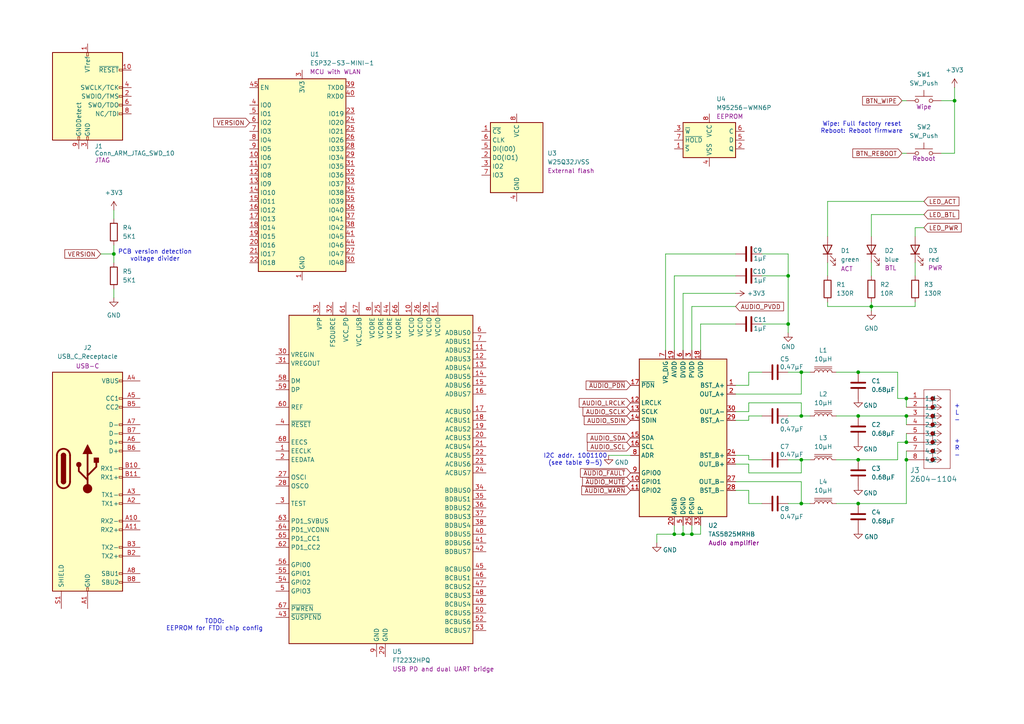
<source format=kicad_sch>
(kicad_sch
	(version 20231120)
	(generator "eeschema")
	(generator_version "8.0")
	(uuid "455ca4d6-9dda-4003-9db8-aa66aec94f73")
	(paper "A4")
	(title_block
		(title "soundbox")
	)
	
	(junction
		(at 248.92 120.65)
		(diameter 0)
		(color 0 0 0 0)
		(uuid "497ff888-42db-4c80-acd0-d721ac17fdca")
	)
	(junction
		(at 232.41 107.95)
		(diameter 0)
		(color 0 0 0 0)
		(uuid "567a5df1-5a55-420f-992b-e86718af7c0a")
	)
	(junction
		(at 228.6 80.01)
		(diameter 0)
		(color 0 0 0 0)
		(uuid "5aea9c9c-6e9f-4c35-bc45-43cb403af1f9")
	)
	(junction
		(at 195.58 154.94)
		(diameter 0)
		(color 0 0 0 0)
		(uuid "5dd86ed3-1aaf-47af-a9e7-f7f6625da6d3")
	)
	(junction
		(at 232.41 133.35)
		(diameter 0)
		(color 0 0 0 0)
		(uuid "6dd20ba9-4ecf-49a7-b997-8156e7e4f4ed")
	)
	(junction
		(at 198.12 154.94)
		(diameter 0)
		(color 0 0 0 0)
		(uuid "743f6c37-2666-4de8-b0e2-577fea68d34e")
	)
	(junction
		(at 252.73 88.9)
		(diameter 0)
		(color 0 0 0 0)
		(uuid "75250703-bad1-4381-a0cc-88b6e76f4d59")
	)
	(junction
		(at 262.89 128.27)
		(diameter 0)
		(color 0 0 0 0)
		(uuid "79f5af86-b4ff-44cb-88b9-d5168f0bfe11")
	)
	(junction
		(at 248.92 133.35)
		(diameter 0)
		(color 0 0 0 0)
		(uuid "7db4376b-f1c3-465f-a099-9794a6d501a2")
	)
	(junction
		(at 248.92 107.95)
		(diameter 0)
		(color 0 0 0 0)
		(uuid "8f5e0168-f746-48dd-b7f5-a34ec2e40afc")
	)
	(junction
		(at 200.66 154.94)
		(diameter 0)
		(color 0 0 0 0)
		(uuid "9829bf96-6674-43b7-aad2-6497e6256ac9")
	)
	(junction
		(at 262.89 120.65)
		(diameter 0)
		(color 0 0 0 0)
		(uuid "b771df72-1e00-4af2-8276-2b44328cb720")
	)
	(junction
		(at 33.02 73.66)
		(diameter 0)
		(color 0 0 0 0)
		(uuid "bd91d90c-08bc-486c-a801-96dc81fa6427")
	)
	(junction
		(at 262.89 133.35)
		(diameter 0)
		(color 0 0 0 0)
		(uuid "c0cdb935-8eac-4310-bd5b-a255edd03cd3")
	)
	(junction
		(at 232.41 146.05)
		(diameter 0)
		(color 0 0 0 0)
		(uuid "c4d36a9b-d94a-489b-9110-7f3873400f99")
	)
	(junction
		(at 262.89 115.57)
		(diameter 0)
		(color 0 0 0 0)
		(uuid "d1a46597-b311-4111-b67e-f5c717a39809")
	)
	(junction
		(at 276.86 29.21)
		(diameter 0)
		(color 0 0 0 0)
		(uuid "d58bef37-53f5-4b0d-be3c-1c0209c73a78")
	)
	(junction
		(at 228.6 93.98)
		(diameter 0)
		(color 0 0 0 0)
		(uuid "e3727fe4-90bc-404a-a6d2-807af882854a")
	)
	(junction
		(at 232.41 120.65)
		(diameter 0)
		(color 0 0 0 0)
		(uuid "f218c24e-6207-436b-8af5-7304ad64f7e7")
	)
	(junction
		(at 248.92 146.05)
		(diameter 0)
		(color 0 0 0 0)
		(uuid "f7bd0dfa-c746-4cf3-9183-6456df5da48e")
	)
	(wire
		(pts
			(xy 273.05 44.45) (xy 276.86 44.45)
		)
		(stroke
			(width 0)
			(type default)
		)
		(uuid "021f12dd-524a-4c63-bc54-862ab2af95d0")
	)
	(wire
		(pts
			(xy 228.6 133.35) (xy 232.41 133.35)
		)
		(stroke
			(width 0)
			(type default)
		)
		(uuid "0453788b-a595-4dc7-ba98-ca0d40e96f7d")
	)
	(wire
		(pts
			(xy 265.43 87.63) (xy 265.43 88.9)
		)
		(stroke
			(width 0)
			(type default)
		)
		(uuid "055ce915-bd74-436e-a5d7-ffc6b25f32f7")
	)
	(wire
		(pts
			(xy 260.35 133.35) (xy 260.35 128.27)
		)
		(stroke
			(width 0)
			(type default)
		)
		(uuid "0e04d131-a665-4c68-8620-418dbb6c6a8f")
	)
	(wire
		(pts
			(xy 217.17 107.95) (xy 217.17 111.76)
		)
		(stroke
			(width 0)
			(type default)
		)
		(uuid "18309d03-ae7b-480b-bfef-a65c0e220551")
	)
	(wire
		(pts
			(xy 228.6 107.95) (xy 232.41 107.95)
		)
		(stroke
			(width 0)
			(type default)
		)
		(uuid "189af57a-eafd-408c-8314-e36382a4ddf5")
	)
	(wire
		(pts
			(xy 220.98 93.98) (xy 228.6 93.98)
		)
		(stroke
			(width 0)
			(type default)
		)
		(uuid "18dc5d3c-63a9-4bcd-bef3-2389cffbf9e3")
	)
	(wire
		(pts
			(xy 220.98 146.05) (xy 217.17 146.05)
		)
		(stroke
			(width 0)
			(type default)
		)
		(uuid "1b7feb87-fb5e-4088-97c8-98306e1b273e")
	)
	(wire
		(pts
			(xy 213.36 142.24) (xy 217.17 142.24)
		)
		(stroke
			(width 0)
			(type default)
		)
		(uuid "1b99363a-bcdc-4c62-95b6-d3f1e2d44d8d")
	)
	(wire
		(pts
			(xy 232.41 146.05) (xy 234.95 146.05)
		)
		(stroke
			(width 0)
			(type default)
		)
		(uuid "1e6b9bf5-cfd2-4a5b-9c51-0fa6720bcdc5")
	)
	(wire
		(pts
			(xy 232.41 133.35) (xy 234.95 133.35)
		)
		(stroke
			(width 0)
			(type default)
		)
		(uuid "215268cc-17a7-4850-aa02-f56c403ea305")
	)
	(wire
		(pts
			(xy 228.6 96.52) (xy 228.6 93.98)
		)
		(stroke
			(width 0)
			(type default)
		)
		(uuid "2673f2bf-161b-48c9-a720-5fc0ce3ce436")
	)
	(wire
		(pts
			(xy 248.92 107.95) (xy 260.35 107.95)
		)
		(stroke
			(width 0)
			(type default)
		)
		(uuid "2b63f8b0-a68d-4407-b911-68d7a408aeca")
	)
	(wire
		(pts
			(xy 213.36 119.38) (xy 217.17 119.38)
		)
		(stroke
			(width 0)
			(type default)
		)
		(uuid "2baafbd5-3f08-41e9-994c-c0c9af8dc957")
	)
	(wire
		(pts
			(xy 240.03 88.9) (xy 252.73 88.9)
		)
		(stroke
			(width 0)
			(type default)
		)
		(uuid "2e2f7118-6028-4d23-be07-cff668954b27")
	)
	(wire
		(pts
			(xy 262.89 120.65) (xy 262.89 123.19)
		)
		(stroke
			(width 0)
			(type default)
		)
		(uuid "2e5bedd4-75b7-463c-83c8-48786174491d")
	)
	(wire
		(pts
			(xy 228.6 80.01) (xy 228.6 93.98)
		)
		(stroke
			(width 0)
			(type default)
		)
		(uuid "33b68a20-391b-4eec-af2f-934cb1901339")
	)
	(wire
		(pts
			(xy 240.03 76.2) (xy 240.03 80.01)
		)
		(stroke
			(width 0)
			(type default)
		)
		(uuid "34597d1b-5bd0-4f98-a03f-6376fe88bcde")
	)
	(wire
		(pts
			(xy 262.89 115.57) (xy 262.89 118.11)
		)
		(stroke
			(width 0)
			(type default)
		)
		(uuid "37c0b85a-3136-4047-96cf-8ac18baa9d66")
	)
	(wire
		(pts
			(xy 232.41 139.7) (xy 232.41 146.05)
		)
		(stroke
			(width 0)
			(type default)
		)
		(uuid "37c92a02-28a5-4cfc-a1cb-e9b54254fe10")
	)
	(wire
		(pts
			(xy 213.36 111.76) (xy 217.17 111.76)
		)
		(stroke
			(width 0)
			(type default)
		)
		(uuid "384113ac-865a-4999-96fb-ab1428ebdfad")
	)
	(wire
		(pts
			(xy 240.03 58.42) (xy 267.97 58.42)
		)
		(stroke
			(width 0)
			(type default)
		)
		(uuid "3bc244c1-5613-4ea0-baea-5c0449d46f3b")
	)
	(wire
		(pts
			(xy 217.17 146.05) (xy 217.17 142.24)
		)
		(stroke
			(width 0)
			(type default)
		)
		(uuid "3e2c1211-ac8e-4e1f-b63b-52771de2cc77")
	)
	(wire
		(pts
			(xy 198.12 85.09) (xy 198.12 101.6)
		)
		(stroke
			(width 0)
			(type default)
		)
		(uuid "3f2436ab-6596-4cac-a229-416be4bf0c98")
	)
	(wire
		(pts
			(xy 203.2 154.94) (xy 200.66 154.94)
		)
		(stroke
			(width 0)
			(type default)
		)
		(uuid "3f70a0a5-e754-4551-81bf-2ee294a72dc0")
	)
	(wire
		(pts
			(xy 29.21 73.66) (xy 33.02 73.66)
		)
		(stroke
			(width 0)
			(type default)
		)
		(uuid "43eef18a-13a9-4a71-b09e-1dd0ce945a9f")
	)
	(wire
		(pts
			(xy 190.5 157.48) (xy 190.5 154.94)
		)
		(stroke
			(width 0)
			(type default)
		)
		(uuid "48d59436-1cb3-4296-8f32-c6171e18e36d")
	)
	(wire
		(pts
			(xy 261.62 44.45) (xy 262.89 44.45)
		)
		(stroke
			(width 0)
			(type default)
		)
		(uuid "4c04a753-e7a7-46f3-8f20-c40e48c79140")
	)
	(wire
		(pts
			(xy 273.05 29.21) (xy 276.86 29.21)
		)
		(stroke
			(width 0)
			(type default)
		)
		(uuid "4d5559c5-569b-4406-8e94-ebd04b4b54e7")
	)
	(wire
		(pts
			(xy 33.02 73.66) (xy 33.02 76.2)
		)
		(stroke
			(width 0)
			(type default)
		)
		(uuid "4ef4af24-9cbe-4c75-a2dd-c6ee542c231d")
	)
	(wire
		(pts
			(xy 242.57 120.65) (xy 248.92 120.65)
		)
		(stroke
			(width 0)
			(type default)
		)
		(uuid "564cd101-5b18-4098-814e-6b5a7dacdb29")
	)
	(wire
		(pts
			(xy 242.57 133.35) (xy 248.92 133.35)
		)
		(stroke
			(width 0)
			(type default)
		)
		(uuid "58e5a3bf-4b35-4a3e-a88c-0580b3f5788c")
	)
	(wire
		(pts
			(xy 195.58 152.4) (xy 195.58 154.94)
		)
		(stroke
			(width 0)
			(type default)
		)
		(uuid "5d110f67-efe8-46f8-9b81-d7f5b9f7a2ce")
	)
	(wire
		(pts
			(xy 242.57 107.95) (xy 248.92 107.95)
		)
		(stroke
			(width 0)
			(type default)
		)
		(uuid "5ee4f755-d004-4c20-97b2-7b2e205d7dfb")
	)
	(wire
		(pts
			(xy 242.57 146.05) (xy 248.92 146.05)
		)
		(stroke
			(width 0)
			(type default)
		)
		(uuid "61619296-3b0d-482a-8d74-f57ee1ce9f05")
	)
	(wire
		(pts
			(xy 220.98 73.66) (xy 228.6 73.66)
		)
		(stroke
			(width 0)
			(type default)
		)
		(uuid "637a7d5b-3afa-4880-891b-abb301f05ed4")
	)
	(wire
		(pts
			(xy 252.73 68.58) (xy 252.73 62.23)
		)
		(stroke
			(width 0)
			(type default)
		)
		(uuid "63fabc8f-7fc1-4173-ba8e-81b521ec897f")
	)
	(wire
		(pts
			(xy 232.41 116.84) (xy 232.41 120.65)
		)
		(stroke
			(width 0)
			(type default)
		)
		(uuid "69a9d361-7cce-4387-8a15-5c4f718a97c2")
	)
	(wire
		(pts
			(xy 213.36 88.9) (xy 200.66 88.9)
		)
		(stroke
			(width 0)
			(type default)
		)
		(uuid "6f4e5b63-26eb-4c8b-bb1d-9bb5afeeb005")
	)
	(wire
		(pts
			(xy 262.89 146.05) (xy 262.89 133.35)
		)
		(stroke
			(width 0)
			(type default)
		)
		(uuid "7033a9d9-2f7e-416c-bbe3-bb466303f153")
	)
	(wire
		(pts
			(xy 213.36 134.62) (xy 217.17 134.62)
		)
		(stroke
			(width 0)
			(type default)
		)
		(uuid "71c41a0d-5ba5-492f-afde-51b9ffe33dd7")
	)
	(wire
		(pts
			(xy 217.17 116.84) (xy 232.41 116.84)
		)
		(stroke
			(width 0)
			(type default)
		)
		(uuid "71c98eac-a4b0-4ebb-ba2d-3573e90b46ca")
	)
	(wire
		(pts
			(xy 260.35 107.95) (xy 260.35 115.57)
		)
		(stroke
			(width 0)
			(type default)
		)
		(uuid "74049655-2349-4f2f-8467-6b982c5844f9")
	)
	(wire
		(pts
			(xy 193.04 73.66) (xy 193.04 101.6)
		)
		(stroke
			(width 0)
			(type default)
		)
		(uuid "74394c75-eaac-48e1-9a8c-1a8cffa711e2")
	)
	(wire
		(pts
			(xy 232.41 120.65) (xy 234.95 120.65)
		)
		(stroke
			(width 0)
			(type default)
		)
		(uuid "7731d1ce-c075-4a7d-bdf5-e9501f8368ee")
	)
	(wire
		(pts
			(xy 217.17 121.92) (xy 213.36 121.92)
		)
		(stroke
			(width 0)
			(type default)
		)
		(uuid "798a7aa8-1d63-4147-abc8-4b5e346b4d2d")
	)
	(wire
		(pts
			(xy 260.35 115.57) (xy 262.89 115.57)
		)
		(stroke
			(width 0)
			(type default)
		)
		(uuid "7a721b5d-0120-4053-ace3-1eb27b7c9462")
	)
	(wire
		(pts
			(xy 240.03 68.58) (xy 240.03 58.42)
		)
		(stroke
			(width 0)
			(type default)
		)
		(uuid "7cedf541-2daf-403d-a85c-5ec82ea37975")
	)
	(wire
		(pts
			(xy 276.86 25.4) (xy 276.86 29.21)
		)
		(stroke
			(width 0)
			(type default)
		)
		(uuid "82a94e0e-ef05-448d-8ad5-6a7da53eeb05")
	)
	(wire
		(pts
			(xy 213.36 85.09) (xy 198.12 85.09)
		)
		(stroke
			(width 0)
			(type default)
		)
		(uuid "8343f1f7-08b5-47e6-8042-1ca8d6ddfcb9")
	)
	(wire
		(pts
			(xy 203.2 152.4) (xy 203.2 154.94)
		)
		(stroke
			(width 0)
			(type default)
		)
		(uuid "8a8da861-bd9b-4acf-803b-32f3fa025a7b")
	)
	(wire
		(pts
			(xy 198.12 154.94) (xy 200.66 154.94)
		)
		(stroke
			(width 0)
			(type default)
		)
		(uuid "8af1a4e9-288a-4145-a979-678944daa4a9")
	)
	(wire
		(pts
			(xy 217.17 137.16) (xy 232.41 137.16)
		)
		(stroke
			(width 0)
			(type default)
		)
		(uuid "8e2e82ff-fbb0-4a54-8ade-6bd15b3eeaef")
	)
	(wire
		(pts
			(xy 248.92 146.05) (xy 262.89 146.05)
		)
		(stroke
			(width 0)
			(type default)
		)
		(uuid "9112638b-6349-419e-b797-57dfd796bf6b")
	)
	(wire
		(pts
			(xy 232.41 114.3) (xy 232.41 107.95)
		)
		(stroke
			(width 0)
			(type default)
		)
		(uuid "9348303d-fe75-4d78-876d-20242fb15c22")
	)
	(wire
		(pts
			(xy 232.41 107.95) (xy 234.95 107.95)
		)
		(stroke
			(width 0)
			(type default)
		)
		(uuid "9a45f024-e15a-41d6-b80c-0fb3639ba120")
	)
	(wire
		(pts
			(xy 213.36 132.08) (xy 217.17 132.08)
		)
		(stroke
			(width 0)
			(type default)
		)
		(uuid "a08b9b48-c772-42d0-8385-b5565b442629")
	)
	(wire
		(pts
			(xy 200.66 152.4) (xy 200.66 154.94)
		)
		(stroke
			(width 0)
			(type default)
		)
		(uuid "a195781c-af38-44ae-919b-a98629006774")
	)
	(wire
		(pts
			(xy 220.98 133.35) (xy 217.17 133.35)
		)
		(stroke
			(width 0)
			(type default)
		)
		(uuid "a2606c2e-1dbc-4380-9fcf-a9152af17fb1")
	)
	(wire
		(pts
			(xy 265.43 66.04) (xy 267.97 66.04)
		)
		(stroke
			(width 0)
			(type default)
		)
		(uuid "a27ab6e5-679d-4ad5-b8e7-c48e027c0eae")
	)
	(wire
		(pts
			(xy 195.58 154.94) (xy 198.12 154.94)
		)
		(stroke
			(width 0)
			(type default)
		)
		(uuid "a2b0fbc7-1735-4d1a-b0e9-11fab7e8f6f1")
	)
	(wire
		(pts
			(xy 203.2 93.98) (xy 203.2 101.6)
		)
		(stroke
			(width 0)
			(type default)
		)
		(uuid "a3364469-3518-4a55-bc14-2d539e88b12f")
	)
	(wire
		(pts
			(xy 213.36 73.66) (xy 193.04 73.66)
		)
		(stroke
			(width 0)
			(type default)
		)
		(uuid "a34b9abf-9f1e-415d-a0f4-50c3191a5a57")
	)
	(wire
		(pts
			(xy 198.12 152.4) (xy 198.12 154.94)
		)
		(stroke
			(width 0)
			(type default)
		)
		(uuid "a44951e4-8c40-480f-aed6-71193b123276")
	)
	(wire
		(pts
			(xy 228.6 146.05) (xy 232.41 146.05)
		)
		(stroke
			(width 0)
			(type default)
		)
		(uuid "a5938c68-9f00-456a-a2c4-cd4229c032d4")
	)
	(wire
		(pts
			(xy 213.36 114.3) (xy 232.41 114.3)
		)
		(stroke
			(width 0)
			(type default)
		)
		(uuid "a727d5b3-6938-439c-a7e2-b23e2626e38f")
	)
	(wire
		(pts
			(xy 213.36 80.01) (xy 195.58 80.01)
		)
		(stroke
			(width 0)
			(type default)
		)
		(uuid "a93f1d47-d788-4363-abfe-82da85cda68b")
	)
	(wire
		(pts
			(xy 213.36 93.98) (xy 203.2 93.98)
		)
		(stroke
			(width 0)
			(type default)
		)
		(uuid "a95d4260-d93d-4606-8ab1-3846ed251c5d")
	)
	(wire
		(pts
			(xy 200.66 88.9) (xy 200.66 101.6)
		)
		(stroke
			(width 0)
			(type default)
		)
		(uuid "aa1e8f44-a655-47f8-b46e-fdab25c12be4")
	)
	(wire
		(pts
			(xy 252.73 88.9) (xy 252.73 90.17)
		)
		(stroke
			(width 0)
			(type default)
		)
		(uuid "aea595f8-b21f-44e4-b442-293f1c574667")
	)
	(wire
		(pts
			(xy 217.17 119.38) (xy 217.17 116.84)
		)
		(stroke
			(width 0)
			(type default)
		)
		(uuid "af251897-528c-4c17-9c0a-8caeae743adf")
	)
	(wire
		(pts
			(xy 217.17 120.65) (xy 217.17 121.92)
		)
		(stroke
			(width 0)
			(type default)
		)
		(uuid "afcdda49-0311-41f7-be5b-7c50a3e1b0ea")
	)
	(wire
		(pts
			(xy 217.17 134.62) (xy 217.17 137.16)
		)
		(stroke
			(width 0)
			(type default)
		)
		(uuid "b1535a0d-85db-41b5-bf3e-a84a1a644399")
	)
	(wire
		(pts
			(xy 265.43 68.58) (xy 265.43 66.04)
		)
		(stroke
			(width 0)
			(type default)
		)
		(uuid "b16a64cf-4f45-4c3e-a463-4fffea2caccd")
	)
	(wire
		(pts
			(xy 195.58 80.01) (xy 195.58 101.6)
		)
		(stroke
			(width 0)
			(type default)
		)
		(uuid "b4e93939-b349-4bbb-af7d-2428d020238e")
	)
	(wire
		(pts
			(xy 228.6 120.65) (xy 232.41 120.65)
		)
		(stroke
			(width 0)
			(type default)
		)
		(uuid "b879e29c-d5c9-4054-84e2-429964907eeb")
	)
	(wire
		(pts
			(xy 248.92 120.65) (xy 262.89 120.65)
		)
		(stroke
			(width 0)
			(type default)
		)
		(uuid "bab5d19f-aa2f-4350-a5cb-c11771ea415e")
	)
	(wire
		(pts
			(xy 182.88 132.08) (xy 176.53 132.08)
		)
		(stroke
			(width 0)
			(type default)
		)
		(uuid "bd65e2f0-8fa3-4e3f-8343-acb554483637")
	)
	(wire
		(pts
			(xy 276.86 29.21) (xy 276.86 44.45)
		)
		(stroke
			(width 0)
			(type default)
		)
		(uuid "c47a71ca-8e7d-4713-9049-9ffdac41771c")
	)
	(wire
		(pts
			(xy 220.98 107.95) (xy 217.17 107.95)
		)
		(stroke
			(width 0)
			(type default)
		)
		(uuid "c9ce7761-9f25-45d3-9187-0a739fa05c76")
	)
	(wire
		(pts
			(xy 33.02 71.12) (xy 33.02 73.66)
		)
		(stroke
			(width 0)
			(type default)
		)
		(uuid "d3b63bf0-8a06-4c81-856c-1e911b563f6d")
	)
	(wire
		(pts
			(xy 33.02 83.82) (xy 33.02 86.36)
		)
		(stroke
			(width 0)
			(type default)
		)
		(uuid "d5d99d02-411a-428c-bff5-3214f4ec296e")
	)
	(wire
		(pts
			(xy 213.36 139.7) (xy 232.41 139.7)
		)
		(stroke
			(width 0)
			(type default)
		)
		(uuid "d6ca9489-45e3-4d81-b024-4d8af6aad75f")
	)
	(wire
		(pts
			(xy 220.98 80.01) (xy 228.6 80.01)
		)
		(stroke
			(width 0)
			(type default)
		)
		(uuid "d72a54df-fc31-434f-aa00-aa414e2eae98")
	)
	(wire
		(pts
			(xy 248.92 133.35) (xy 260.35 133.35)
		)
		(stroke
			(width 0)
			(type default)
		)
		(uuid "d78fc5ed-db95-41d9-8cfa-f325cabf4b30")
	)
	(wire
		(pts
			(xy 33.02 60.96) (xy 33.02 63.5)
		)
		(stroke
			(width 0)
			(type default)
		)
		(uuid "d9e1f653-6e37-46c2-b703-6867a9b8b432")
	)
	(wire
		(pts
			(xy 262.89 130.81) (xy 262.89 133.35)
		)
		(stroke
			(width 0)
			(type default)
		)
		(uuid "dc98fba8-a00d-44a5-9f56-9f2cb17c6749")
	)
	(wire
		(pts
			(xy 260.35 128.27) (xy 262.89 128.27)
		)
		(stroke
			(width 0)
			(type default)
		)
		(uuid "dd6dd424-17c8-4bcb-86f0-bc271a8e3aac")
	)
	(wire
		(pts
			(xy 190.5 154.94) (xy 195.58 154.94)
		)
		(stroke
			(width 0)
			(type default)
		)
		(uuid "ddbec8f7-07e6-4e87-b489-5a3aeb0aaccf")
	)
	(wire
		(pts
			(xy 252.73 76.2) (xy 252.73 80.01)
		)
		(stroke
			(width 0)
			(type default)
		)
		(uuid "e3964cf7-95f1-485e-abca-bf4799d06260")
	)
	(wire
		(pts
			(xy 220.98 120.65) (xy 217.17 120.65)
		)
		(stroke
			(width 0)
			(type default)
		)
		(uuid "e46febb6-f340-4133-adc4-74bafd0f33ed")
	)
	(wire
		(pts
			(xy 265.43 76.2) (xy 265.43 80.01)
		)
		(stroke
			(width 0)
			(type default)
		)
		(uuid "e7075ca1-6e4b-4677-9383-f4bd622dd00c")
	)
	(wire
		(pts
			(xy 262.89 125.73) (xy 262.89 128.27)
		)
		(stroke
			(width 0)
			(type default)
		)
		(uuid "e739e35f-0a99-479e-9d01-8321df50b7f4")
	)
	(wire
		(pts
			(xy 232.41 137.16) (xy 232.41 133.35)
		)
		(stroke
			(width 0)
			(type default)
		)
		(uuid "e8c11919-7bac-48ce-ba15-3ebed9eab2ed")
	)
	(wire
		(pts
			(xy 252.73 87.63) (xy 252.73 88.9)
		)
		(stroke
			(width 0)
			(type default)
		)
		(uuid "eed42e95-8009-461f-8440-352debcdddfd")
	)
	(wire
		(pts
			(xy 228.6 73.66) (xy 228.6 80.01)
		)
		(stroke
			(width 0)
			(type default)
		)
		(uuid "ef1b973d-c144-4ec4-be0b-73f80746757c")
	)
	(wire
		(pts
			(xy 252.73 62.23) (xy 267.97 62.23)
		)
		(stroke
			(width 0)
			(type default)
		)
		(uuid "f4430ec1-f279-43d4-b0f7-9ca88cef8d74")
	)
	(wire
		(pts
			(xy 252.73 88.9) (xy 265.43 88.9)
		)
		(stroke
			(width 0)
			(type default)
		)
		(uuid "f8146b40-be33-4ec9-bbfd-5f8fb121b5fa")
	)
	(wire
		(pts
			(xy 261.62 29.21) (xy 262.89 29.21)
		)
		(stroke
			(width 0)
			(type default)
		)
		(uuid "f91d4086-3499-483c-b6be-6ead15db36cf")
	)
	(wire
		(pts
			(xy 217.17 133.35) (xy 217.17 132.08)
		)
		(stroke
			(width 0)
			(type default)
		)
		(uuid "fa93ec48-e26a-4201-80c2-cb710d0e3070")
	)
	(wire
		(pts
			(xy 240.03 87.63) (xy 240.03 88.9)
		)
		(stroke
			(width 0)
			(type default)
		)
		(uuid "ff60ed5c-3b5c-4930-9143-8ba183c445e6")
	)
	(text "I2C addr. 1001100\n(see table 9-5)"
		(exclude_from_sim no)
		(at 166.878 133.35 0)
		(effects
			(font
				(size 1.27 1.27)
			)
		)
		(uuid "067df254-4346-4678-805d-1956d93bd66a")
	)
	(text "+\nL\n-\n\n\n+\nR\n-"
		(exclude_from_sim no)
		(at 277.622 124.968 0)
		(effects
			(font
				(size 1.27 1.27)
			)
		)
		(uuid "5373c52c-99f4-406d-ba9e-f4292d7522d3")
	)
	(text "Wipe: Full factory reset\nReboot: Reboot firmware"
		(exclude_from_sim no)
		(at 249.936 37.084 0)
		(effects
			(font
				(size 1.27 1.27)
			)
		)
		(uuid "66be0d9f-1443-473a-9c11-8d06633632e7")
	)
	(text "TODO:\nEEPROM for FTDI chip config"
		(exclude_from_sim no)
		(at 62.23 181.356 0)
		(effects
			(font
				(size 1.27 1.27)
			)
		)
		(uuid "8817fb12-9156-451a-964d-56c8e30167d5")
	)
	(text "PCB version detection\nvoltage divider"
		(exclude_from_sim no)
		(at 44.958 74.168 0)
		(effects
			(font
				(size 1.27 1.27)
			)
		)
		(uuid "fcab79b8-a2e7-4707-b043-effd53cd6401")
	)
	(global_label "BTN_WIPE"
		(shape input)
		(at 261.62 29.21 180)
		(fields_autoplaced yes)
		(effects
			(font
				(size 1.27 1.27)
			)
			(justify right)
		)
		(uuid "0621ca81-04b5-4c46-ab2b-c61253be0738")
		(property "Intersheetrefs" "${INTERSHEET_REFS}"
			(at 249.6239 29.21 0)
			(effects
				(font
					(size 1.27 1.27)
				)
				(justify right)
				(hide yes)
			)
		)
	)
	(global_label "BTN_REBOOT"
		(shape input)
		(at 261.62 44.45 180)
		(fields_autoplaced yes)
		(effects
			(font
				(size 1.27 1.27)
			)
			(justify right)
		)
		(uuid "0dd2637b-c03a-4874-8aee-c55c691a94d7")
		(property "Intersheetrefs" "${INTERSHEET_REFS}"
			(at 246.7815 44.45 0)
			(effects
				(font
					(size 1.27 1.27)
				)
				(justify right)
				(hide yes)
			)
		)
	)
	(global_label "AUDIO_SDIN"
		(shape input)
		(at 182.88 121.92 180)
		(fields_autoplaced yes)
		(effects
			(font
				(size 1.27 1.27)
			)
			(justify right)
		)
		(uuid "20dcfb24-d7d5-40eb-89bd-5fcff09a908d")
		(property "Intersheetrefs" "${INTERSHEET_REFS}"
			(at 168.888 121.92 0)
			(effects
				(font
					(size 1.27 1.27)
				)
				(justify right)
				(hide yes)
			)
		)
	)
	(global_label "AUDIO_SCL"
		(shape input)
		(at 182.88 129.54 180)
		(fields_autoplaced yes)
		(effects
			(font
				(size 1.27 1.27)
			)
			(justify right)
		)
		(uuid "25bc605c-55b0-46c8-a0d7-671f80d1c6e6")
		(property "Intersheetrefs" "${INTERSHEET_REFS}"
			(at 169.7952 129.54 0)
			(effects
				(font
					(size 1.27 1.27)
				)
				(justify right)
				(hide yes)
			)
		)
	)
	(global_label "~{AUDIO_PDN}"
		(shape input)
		(at 182.88 111.76 180)
		(fields_autoplaced yes)
		(effects
			(font
				(size 1.27 1.27)
			)
			(justify right)
		)
		(uuid "3687d58b-21c4-478d-a2a0-614679fba334")
		(property "Intersheetrefs" "${INTERSHEET_REFS}"
			(at 169.4323 111.76 0)
			(effects
				(font
					(size 1.27 1.27)
				)
				(justify right)
				(hide yes)
			)
		)
	)
	(global_label "AUDIO_LRCLK"
		(shape input)
		(at 182.88 116.84 180)
		(effects
			(font
				(size 1.27 1.27)
			)
			(justify right)
		)
		(uuid "5375be9c-0d53-4fa6-a673-1cb71478f084")
		(property "Intersheetrefs" "${INTERSHEET_REFS}"
			(at 182.88 116.84 0)
			(effects
				(font
					(size 1.27 1.27)
				)
				(hide yes)
			)
		)
	)
	(global_label "AUDIO_PVDD"
		(shape input)
		(at 213.36 88.9 0)
		(fields_autoplaced yes)
		(effects
			(font
				(size 1.27 1.27)
			)
			(justify left)
		)
		(uuid "60811be3-3be0-43c6-9ca9-d747517610eb")
		(property "Intersheetrefs" "${INTERSHEET_REFS}"
			(at 227.8358 88.9 0)
			(effects
				(font
					(size 1.27 1.27)
				)
				(justify left)
				(hide yes)
			)
		)
	)
	(global_label "AUDIO_SDA"
		(shape input)
		(at 182.88 127 180)
		(fields_autoplaced yes)
		(effects
			(font
				(size 1.27 1.27)
			)
			(justify right)
		)
		(uuid "64ae8f29-998c-459b-a981-a30cbeece4ba")
		(property "Intersheetrefs" "${INTERSHEET_REFS}"
			(at 169.7347 127 0)
			(effects
				(font
					(size 1.27 1.27)
				)
				(justify right)
				(hide yes)
			)
		)
	)
	(global_label "~{AUDIO_WARN}"
		(shape input)
		(at 182.88 142.24 180)
		(fields_autoplaced yes)
		(effects
			(font
				(size 1.27 1.27)
			)
			(justify right)
		)
		(uuid "73e47b40-1b0e-4b8c-8030-6235ca1604cb")
		(property "Intersheetrefs" "${INTERSHEET_REFS}"
			(at 168.1623 142.24 0)
			(effects
				(font
					(size 1.27 1.27)
				)
				(justify right)
				(hide yes)
			)
		)
	)
	(global_label "~{AUDIO_FAULT}"
		(shape input)
		(at 182.88 137.16 180)
		(fields_autoplaced yes)
		(effects
			(font
				(size 1.27 1.27)
			)
			(justify right)
		)
		(uuid "7f4fce0a-9db7-4005-8a7c-91d091b78880")
		(property "Intersheetrefs" "${INTERSHEET_REFS}"
			(at 167.7994 137.16 0)
			(effects
				(font
					(size 1.27 1.27)
				)
				(justify right)
				(hide yes)
			)
		)
	)
	(global_label "VERSION"
		(shape input)
		(at 29.21 73.66 180)
		(fields_autoplaced yes)
		(effects
			(font
				(size 1.27 1.27)
			)
			(justify right)
		)
		(uuid "b2459a3d-dd40-4d7c-8fe8-23694f46518a")
		(property "Intersheetrefs" "${INTERSHEET_REFS}"
			(at 18.2419 73.66 0)
			(effects
				(font
					(size 1.27 1.27)
				)
				(justify right)
				(hide yes)
			)
		)
	)
	(global_label "~{AUDIO_MUTE}"
		(shape input)
		(at 182.88 139.7 180)
		(fields_autoplaced yes)
		(effects
			(font
				(size 1.27 1.27)
			)
			(justify right)
		)
		(uuid "c66bce55-8b21-43e1-a902-18621deb43bd")
		(property "Intersheetrefs" "${INTERSHEET_REFS}"
			(at 168.4043 139.7 0)
			(effects
				(font
					(size 1.27 1.27)
				)
				(justify right)
				(hide yes)
			)
		)
	)
	(global_label "VERSION"
		(shape input)
		(at 72.39 35.56 180)
		(fields_autoplaced yes)
		(effects
			(font
				(size 1.27 1.27)
			)
			(justify right)
		)
		(uuid "cbf283da-6bf4-4263-935c-169d3e3e7484")
		(property "Intersheetrefs" "${INTERSHEET_REFS}"
			(at 61.4219 35.56 0)
			(effects
				(font
					(size 1.27 1.27)
				)
				(justify right)
				(hide yes)
			)
		)
	)
	(global_label "AUDIO_SCLK"
		(shape input)
		(at 182.88 119.38 180)
		(fields_autoplaced yes)
		(effects
			(font
				(size 1.27 1.27)
			)
			(justify right)
		)
		(uuid "cf0bb574-bd8a-4953-9431-6ab9c7bfa80a")
		(property "Intersheetrefs" "${INTERSHEET_REFS}"
			(at 168.5252 119.38 0)
			(effects
				(font
					(size 1.27 1.27)
				)
				(justify right)
				(hide yes)
			)
		)
	)
	(global_label "LED_ACT"
		(shape input)
		(at 267.97 58.42 0)
		(effects
			(font
				(size 1.27 1.27)
			)
			(justify left)
		)
		(uuid "dce9599b-0ae1-499d-98f4-d92b44691a36")
		(property "Intersheetrefs" "${INTERSHEET_REFS}"
			(at 267.97 58.42 0)
			(effects
				(font
					(size 1.27 1.27)
				)
				(hide yes)
			)
		)
	)
	(global_label "LED_PWR"
		(shape input)
		(at 267.97 66.04 0)
		(fields_autoplaced yes)
		(effects
			(font
				(size 1.27 1.27)
			)
			(justify left)
		)
		(uuid "e79cc867-8d0c-4347-ad25-0ad262fbebde")
		(property "Intersheetrefs" "${INTERSHEET_REFS}"
			(at 279.3613 66.04 0)
			(effects
				(font
					(size 1.27 1.27)
				)
				(justify left)
				(hide yes)
			)
		)
	)
	(global_label "LED_BTL"
		(shape input)
		(at 267.97 62.23 0)
		(fields_autoplaced yes)
		(effects
			(font
				(size 1.27 1.27)
			)
			(justify left)
		)
		(uuid "ee723902-4e88-4806-9291-fafaf3c15cb1")
		(property "Intersheetrefs" "${INTERSHEET_REFS}"
			(at 278.6356 62.23 0)
			(effects
				(font
					(size 1.27 1.27)
				)
				(justify left)
				(hide yes)
			)
		)
	)
	(symbol
		(lib_id "power:GND")
		(at 252.73 90.17 0)
		(unit 1)
		(exclude_from_sim no)
		(in_bom yes)
		(on_board yes)
		(dnp no)
		(fields_autoplaced yes)
		(uuid "121fec5a-6609-4057-9ba5-0ce4bbe0d100")
		(property "Reference" "#PWR012"
			(at 252.73 96.52 0)
			(effects
				(font
					(size 1.27 1.27)
				)
				(hide yes)
			)
		)
		(property "Value" "GND"
			(at 252.73 95.25 0)
			(effects
				(font
					(size 1.27 1.27)
				)
			)
		)
		(property "Footprint" ""
			(at 252.73 90.17 0)
			(effects
				(font
					(size 1.27 1.27)
				)
				(hide yes)
			)
		)
		(property "Datasheet" ""
			(at 252.73 90.17 0)
			(effects
				(font
					(size 1.27 1.27)
				)
				(hide yes)
			)
		)
		(property "Description" "Power symbol creates a global label with name \"GND\" , ground"
			(at 252.73 90.17 0)
			(effects
				(font
					(size 1.27 1.27)
				)
				(hide yes)
			)
		)
		(pin "1"
			(uuid "0b5cabde-4e52-4a20-9662-2dd4ca0cae21")
		)
		(instances
			(project "soundbox"
				(path "/455ca4d6-9dda-4003-9db8-aa66aec94f73"
					(reference "#PWR012")
					(unit 1)
				)
			)
		)
	)
	(symbol
		(lib_id "power:GND")
		(at 33.02 86.36 0)
		(unit 1)
		(exclude_from_sim no)
		(in_bom yes)
		(on_board yes)
		(dnp no)
		(fields_autoplaced yes)
		(uuid "15e2f61f-5db7-46d6-9435-1a2f36362558")
		(property "Reference" "#PWR01"
			(at 33.02 92.71 0)
			(effects
				(font
					(size 1.27 1.27)
				)
				(hide yes)
			)
		)
		(property "Value" "GND"
			(at 33.02 91.44 0)
			(effects
				(font
					(size 1.27 1.27)
				)
			)
		)
		(property "Footprint" ""
			(at 33.02 86.36 0)
			(effects
				(font
					(size 1.27 1.27)
				)
				(hide yes)
			)
		)
		(property "Datasheet" ""
			(at 33.02 86.36 0)
			(effects
				(font
					(size 1.27 1.27)
				)
				(hide yes)
			)
		)
		(property "Description" "Power symbol creates a global label with name \"GND\" , ground"
			(at 33.02 86.36 0)
			(effects
				(font
					(size 1.27 1.27)
				)
				(hide yes)
			)
		)
		(pin "1"
			(uuid "703e90ae-09fd-4f22-826b-b4974e69173e")
		)
		(instances
			(project ""
				(path "/455ca4d6-9dda-4003-9db8-aa66aec94f73"
					(reference "#PWR01")
					(unit 1)
				)
			)
		)
	)
	(symbol
		(lib_id "RF_Module:ESP32-S3-MINI-1")
		(at 87.63 50.8 0)
		(unit 1)
		(exclude_from_sim no)
		(in_bom yes)
		(on_board yes)
		(dnp no)
		(uuid "1d27c785-80ad-4e14-9406-8515becf138a")
		(property "Reference" "U1"
			(at 89.916 15.748 0)
			(effects
				(font
					(size 1.27 1.27)
				)
				(justify left)
			)
		)
		(property "Value" "ESP32-S3-MINI-1"
			(at 89.916 18.288 0)
			(effects
				(font
					(size 1.27 1.27)
				)
				(justify left)
			)
		)
		(property "Footprint" "RF_Module:ESP32-S2-MINI-1"
			(at 102.87 80.01 0)
			(effects
				(font
					(size 1.27 1.27)
				)
				(hide yes)
			)
		)
		(property "Datasheet" "https://www.espressif.com/sites/default/files/documentation/esp32-s3-mini-1_mini-1u_datasheet_en.pdf"
			(at 87.63 10.16 0)
			(effects
				(font
					(size 1.27 1.27)
				)
				(hide yes)
			)
		)
		(property "Description" "MCU with WLAN"
			(at 97.282 20.828 0)
			(effects
				(font
					(size 1.27 1.27)
				)
			)
		)
		(property "MPN" "ESP32-S3-MINI-1-N8"
			(at 87.63 50.8 0)
			(effects
				(font
					(size 1.27 1.27)
				)
				(hide yes)
			)
		)
		(property "Manufacturer" "Espressif Systems"
			(at 87.63 50.8 0)
			(effects
				(font
					(size 1.27 1.27)
				)
				(hide yes)
			)
		)
		(pin "45"
			(uuid "12a82820-4fb5-4385-bad0-67d946ab003b")
		)
		(pin "46"
			(uuid "c810edff-c69a-484f-9775-1d9bf88c1c2d")
		)
		(pin "62"
			(uuid "8649dd48-4fef-4203-a0ad-386d67e69aa0")
		)
		(pin "21"
			(uuid "260a5c49-abdf-497d-8246-99dac6ee5f8c")
		)
		(pin "7"
			(uuid "9cd4ee4b-ea7d-442f-b45c-60b14048dbad")
		)
		(pin "11"
			(uuid "0fa0e3be-3693-4057-b1a5-e002194a19d8")
		)
		(pin "19"
			(uuid "1904a226-d56f-465b-bd2c-857d238f5112")
		)
		(pin "4"
			(uuid "848a00e6-7cea-4e5c-8324-5d7bd3b94acd")
		)
		(pin "22"
			(uuid "7de96e90-c9ff-4150-bfaf-d6848c6f728b")
		)
		(pin "16"
			(uuid "2bd83665-ec08-44ca-bd87-30c7616ea507")
		)
		(pin "2"
			(uuid "ef54551c-d4e4-4e13-8ff8-08e699421e94")
		)
		(pin "40"
			(uuid "98667326-9bf9-45ed-b1e3-592b1f2dfef8")
		)
		(pin "57"
			(uuid "6827bca6-de41-46e7-9400-2ba473bb1691")
		)
		(pin "65"
			(uuid "b59f9d00-d36e-4a34-ae40-5581916d7e14")
		)
		(pin "47"
			(uuid "7847509e-7d3e-4e61-882f-4d1d3b15381b")
		)
		(pin "20"
			(uuid "49ddd7ea-d5e2-47be-9734-f54dfc46e299")
		)
		(pin "10"
			(uuid "d88a98fc-b9c2-40fc-8325-c97548ee3392")
		)
		(pin "1"
			(uuid "217f030f-53e5-4f26-9ce3-9b1d2ad92c20")
		)
		(pin "48"
			(uuid "efbf699f-9bc8-478c-a1f9-5034fa77094b")
		)
		(pin "38"
			(uuid "07fe9e93-e035-46a6-a2be-a8c52053401c")
		)
		(pin "6"
			(uuid "31c6479c-c307-4771-ad5b-c03eba074aaf")
		)
		(pin "36"
			(uuid "4c2c8a33-5ff4-4ea7-9c1c-4d933749444a")
		)
		(pin "17"
			(uuid "af52acdb-38d7-43c3-a273-8b591c6e8f38")
		)
		(pin "33"
			(uuid "e3778e03-6783-4e68-a712-0235a6a43bc1")
		)
		(pin "29"
			(uuid "c229f349-f7c2-4d0b-a349-ba972e0c63b4")
		)
		(pin "51"
			(uuid "c72a6071-9fd2-4d00-a73c-29eb8d77118d")
		)
		(pin "49"
			(uuid "45dcc189-109a-47ab-95df-1e0d410c150e")
		)
		(pin "25"
			(uuid "de2ce682-1947-4864-9a8b-cd3c4113d0a7")
		)
		(pin "31"
			(uuid "1c2888e6-96b9-43c9-acab-56813e2b6933")
		)
		(pin "32"
			(uuid "8a26fb3a-5aca-464e-a2b9-5a204bcef1ca")
		)
		(pin "5"
			(uuid "146e2d38-8e36-4570-8683-630f93c83075")
		)
		(pin "23"
			(uuid "626bad26-3eb7-44c9-a81e-924833004bde")
		)
		(pin "41"
			(uuid "24e900f0-6e06-4a00-acbe-30a574fe282f")
		)
		(pin "43"
			(uuid "879918a0-959e-4a8d-ad07-cc404a507972")
		)
		(pin "52"
			(uuid "65a74fda-6b64-4419-a440-1af4fc07c5e8")
		)
		(pin "42"
			(uuid "4d0b1edc-7e50-4414-87e7-f402b90110a0")
		)
		(pin "24"
			(uuid "848b68e5-9a6c-4f95-a521-10d821debcb8")
		)
		(pin "59"
			(uuid "b75cda45-9bed-4bd0-bfe3-9e1dcbf2bc82")
		)
		(pin "53"
			(uuid "f5a22934-7e9e-4243-b69e-83a6d04c65d3")
		)
		(pin "3"
			(uuid "9516af2e-4767-434a-becd-c0d711b95336")
		)
		(pin "64"
			(uuid "c6341f52-2a76-42ca-a07e-3f13c7dd4ee0")
		)
		(pin "13"
			(uuid "71a9da63-39bd-4b21-9813-35ef64253245")
		)
		(pin "50"
			(uuid "92b0d18b-a6c7-4888-9d63-786db6a86dc8")
		)
		(pin "39"
			(uuid "d490a8a3-b9be-47da-9f4c-7fd5b90ab737")
		)
		(pin "37"
			(uuid "b50c5bca-6f1c-47c9-bd68-3b7f3d957ae3")
		)
		(pin "26"
			(uuid "4e7c0be8-5d85-45c1-9809-22aa95113fdf")
		)
		(pin "44"
			(uuid "dd413eee-69c3-468e-bb25-dec14456ae8a")
		)
		(pin "63"
			(uuid "8d078303-4010-4cf1-8788-7bd4c3df657b")
		)
		(pin "14"
			(uuid "c57652c8-2cb7-420f-a6de-956dbcc08148")
		)
		(pin "15"
			(uuid "ea398ed2-e528-4132-b88a-8a7cf8291b47")
		)
		(pin "58"
			(uuid "2b5a2efe-3f2c-4d50-a3b0-bda15265c474")
		)
		(pin "30"
			(uuid "26910839-7ac2-4e23-9236-dd324d3e4fbe")
		)
		(pin "28"
			(uuid "28ede6cd-f6d9-49bb-a37b-48c3c9627e9d")
		)
		(pin "56"
			(uuid "4024fb2f-470b-4369-bb8e-b09aabbebc63")
		)
		(pin "18"
			(uuid "ab8c4c51-4d6b-46d4-b8ef-29dcffb07f97")
		)
		(pin "61"
			(uuid "efcc475a-9ec2-4db8-aae4-69ddaedf3dfb")
		)
		(pin "55"
			(uuid "9d1d5b6d-7752-4694-9ef2-9abd9616881c")
		)
		(pin "27"
			(uuid "5f915b09-3aeb-4cf8-bd24-e2bb9ed55c82")
		)
		(pin "60"
			(uuid "8a7641ce-2321-4a47-93d5-dcd16513fb76")
		)
		(pin "9"
			(uuid "9eb90799-0a9a-429b-9e78-f4ec3721e4c5")
		)
		(pin "35"
			(uuid "e61e3404-9d14-4c28-b945-d12cd4b47b9b")
		)
		(pin "8"
			(uuid "a0afc0a7-8689-40a8-a561-61e33cef531d")
		)
		(pin "34"
			(uuid "8c54b658-04c8-4628-bfd5-4f74e7427e3f")
		)
		(pin "12"
			(uuid "4216de4f-51b6-4024-904c-a41b0e6ce5f5")
		)
		(pin "54"
			(uuid "9ec910eb-8df0-45b6-a608-09a744993c66")
		)
		(instances
			(project ""
				(path "/455ca4d6-9dda-4003-9db8-aa66aec94f73"
					(reference "U1")
					(unit 1)
				)
			)
		)
	)
	(symbol
		(lib_id "Device:C")
		(at 248.92 124.46 0)
		(unit 1)
		(exclude_from_sim no)
		(in_bom yes)
		(on_board yes)
		(dnp no)
		(uuid "259262a1-08db-42ee-afc6-17d4b81a9757")
		(property "Reference" "C2"
			(at 252.73 123.1899 0)
			(effects
				(font
					(size 1.27 1.27)
				)
				(justify left)
			)
		)
		(property "Value" "0.68µF"
			(at 252.73 125.7299 0)
			(effects
				(font
					(size 1.27 1.27)
				)
				(justify left)
			)
		)
		(property "Footprint" ""
			(at 249.8852 128.27 0)
			(effects
				(font
					(size 1.27 1.27)
				)
				(hide yes)
			)
		)
		(property "Datasheet" "~"
			(at 248.92 124.46 0)
			(effects
				(font
					(size 1.27 1.27)
				)
				(hide yes)
			)
		)
		(property "Description" "Unpolarized capacitor"
			(at 248.92 124.46 0)
			(effects
				(font
					(size 1.27 1.27)
				)
				(hide yes)
			)
		)
		(pin "2"
			(uuid "a12bc1cc-6fe2-47c1-8868-b47b01a1507f")
		)
		(pin "1"
			(uuid "f274eb81-80fd-464a-9af9-3cf04cc794f5")
		)
		(instances
			(project "soundbox"
				(path "/455ca4d6-9dda-4003-9db8-aa66aec94f73"
					(reference "C2")
					(unit 1)
				)
			)
		)
	)
	(symbol
		(lib_id "Device:C")
		(at 224.79 120.65 270)
		(unit 1)
		(exclude_from_sim no)
		(in_bom yes)
		(on_board yes)
		(dnp no)
		(uuid "27ec7c95-9494-4630-9f8c-10fe98c654c7")
		(property "Reference" "C6"
			(at 227.584 122.174 90)
			(effects
				(font
					(size 1.27 1.27)
				)
			)
		)
		(property "Value" "0.47µF"
			(at 229.616 124.46 90)
			(effects
				(font
					(size 1.27 1.27)
				)
			)
		)
		(property "Footprint" ""
			(at 220.98 121.6152 0)
			(effects
				(font
					(size 1.27 1.27)
				)
				(hide yes)
			)
		)
		(property "Datasheet" "~"
			(at 224.79 120.65 0)
			(effects
				(font
					(size 1.27 1.27)
				)
				(hide yes)
			)
		)
		(property "Description" "Unpolarized capacitor"
			(at 224.79 120.65 0)
			(effects
				(font
					(size 1.27 1.27)
				)
				(hide yes)
			)
		)
		(pin "2"
			(uuid "cbe40744-fb46-400d-931b-f945ad1e7d2d")
		)
		(pin "1"
			(uuid "4b2d5957-4cb3-46e0-a11b-1a80a1dd63f7")
		)
		(instances
			(project "soundbox"
				(path "/455ca4d6-9dda-4003-9db8-aa66aec94f73"
					(reference "C6")
					(unit 1)
				)
			)
		)
	)
	(symbol
		(lib_id "Device:L_Iron")
		(at 238.76 146.05 90)
		(unit 1)
		(exclude_from_sim no)
		(in_bom yes)
		(on_board yes)
		(dnp no)
		(fields_autoplaced yes)
		(uuid "2834e613-ab62-4242-a484-2742a5fd5ccd")
		(property "Reference" "L4"
			(at 238.76 139.7 90)
			(effects
				(font
					(size 1.27 1.27)
				)
			)
		)
		(property "Value" "10µH"
			(at 238.76 142.24 90)
			(effects
				(font
					(size 1.27 1.27)
				)
			)
		)
		(property "Footprint" ""
			(at 238.76 146.05 0)
			(effects
				(font
					(size 1.27 1.27)
				)
				(hide yes)
			)
		)
		(property "Datasheet" "~"
			(at 238.76 146.05 0)
			(effects
				(font
					(size 1.27 1.27)
				)
				(hide yes)
			)
		)
		(property "Description" "Inductor with iron core"
			(at 238.76 146.05 0)
			(effects
				(font
					(size 1.27 1.27)
				)
				(hide yes)
			)
		)
		(pin "2"
			(uuid "2eb0ae1a-ba00-47b1-a10e-071003ec4c81")
		)
		(pin "1"
			(uuid "ad8ded07-40f3-4a71-9352-30886918cb33")
		)
		(instances
			(project "soundbox"
				(path "/455ca4d6-9dda-4003-9db8-aa66aec94f73"
					(reference "L4")
					(unit 1)
				)
			)
		)
	)
	(symbol
		(lib_id "Device:C")
		(at 224.79 107.95 270)
		(unit 1)
		(exclude_from_sim no)
		(in_bom yes)
		(on_board yes)
		(dnp no)
		(uuid "28c3bf83-1f10-4c29-8c2f-88fcc7fa8d46")
		(property "Reference" "C5"
			(at 227.584 104.14 90)
			(effects
				(font
					(size 1.27 1.27)
				)
			)
		)
		(property "Value" "0.47µF"
			(at 229.616 106.426 90)
			(effects
				(font
					(size 1.27 1.27)
				)
			)
		)
		(property "Footprint" ""
			(at 220.98 108.9152 0)
			(effects
				(font
					(size 1.27 1.27)
				)
				(hide yes)
			)
		)
		(property "Datasheet" "~"
			(at 224.79 107.95 0)
			(effects
				(font
					(size 1.27 1.27)
				)
				(hide yes)
			)
		)
		(property "Description" "Unpolarized capacitor"
			(at 224.79 107.95 0)
			(effects
				(font
					(size 1.27 1.27)
				)
				(hide yes)
			)
		)
		(pin "2"
			(uuid "3148c9d5-9ea2-4d2a-ae2a-2813f806976f")
		)
		(pin "1"
			(uuid "984cf3aa-1816-4577-994f-b453ca9034a8")
		)
		(instances
			(project ""
				(path "/455ca4d6-9dda-4003-9db8-aa66aec94f73"
					(reference "C5")
					(unit 1)
				)
			)
		)
	)
	(symbol
		(lib_id "Memory_Flash:W25Q32JVSS")
		(at 149.86 45.72 0)
		(unit 1)
		(exclude_from_sim no)
		(in_bom yes)
		(on_board yes)
		(dnp no)
		(uuid "2a49ee48-3849-4608-89d2-57d8e20c4e48")
		(property "Reference" "U3"
			(at 158.75 44.4499 0)
			(effects
				(font
					(size 1.27 1.27)
				)
				(justify left)
			)
		)
		(property "Value" "W25Q32JVSS"
			(at 158.75 46.9899 0)
			(effects
				(font
					(size 1.27 1.27)
				)
				(justify left)
			)
		)
		(property "Footprint" "Package_SO:SOIC-8_5.23x5.23mm_P1.27mm"
			(at 149.86 45.72 0)
			(effects
				(font
					(size 1.27 1.27)
				)
				(hide yes)
			)
		)
		(property "Datasheet" "http://www.winbond.com/resource-files/w25q32jv%20revg%2003272018%20plus.pdf"
			(at 149.86 45.72 0)
			(effects
				(font
					(size 1.27 1.27)
				)
				(hide yes)
			)
		)
		(property "Description" "External flash"
			(at 165.608 49.53 0)
			(effects
				(font
					(size 1.27 1.27)
				)
			)
		)
		(property "MPN" "W25Q32JVSSIQ"
			(at 149.86 45.72 0)
			(effects
				(font
					(size 1.27 1.27)
				)
				(hide yes)
			)
		)
		(property "Manufacturer" "Winbond Electronics"
			(at 149.86 45.72 0)
			(effects
				(font
					(size 1.27 1.27)
				)
				(hide yes)
			)
		)
		(pin "1"
			(uuid "f8e43f2e-c8aa-459f-b094-91b934942cfb")
		)
		(pin "2"
			(uuid "f75dcb2a-0203-49ae-b724-37b2e76ae863")
		)
		(pin "4"
			(uuid "48dab9b6-a55e-4537-abea-11fe3edd58b3")
		)
		(pin "8"
			(uuid "099e7f5e-4ff4-465a-953f-bac720646506")
		)
		(pin "7"
			(uuid "6681f77a-82ef-40b1-bf8d-9f8f6a5aa087")
		)
		(pin "3"
			(uuid "22262623-7681-4115-8d3f-cdd490127235")
		)
		(pin "5"
			(uuid "3df6fea7-8aab-47dc-877d-e1b2d666e1ac")
		)
		(pin "6"
			(uuid "287990a3-7c8a-4001-a499-e3678d290386")
		)
		(instances
			(project ""
				(path "/455ca4d6-9dda-4003-9db8-aa66aec94f73"
					(reference "U3")
					(unit 1)
				)
			)
		)
	)
	(symbol
		(lib_id "power:GND")
		(at 228.6 96.52 0)
		(unit 1)
		(exclude_from_sim no)
		(in_bom yes)
		(on_board yes)
		(dnp no)
		(uuid "2b2f6b33-780b-4719-80a6-0e04825a2d23")
		(property "Reference" "#PWR010"
			(at 228.6 102.87 0)
			(effects
				(font
					(size 1.27 1.27)
				)
				(hide yes)
			)
		)
		(property "Value" "GND"
			(at 228.6 100.584 0)
			(effects
				(font
					(size 1.27 1.27)
				)
			)
		)
		(property "Footprint" ""
			(at 228.6 96.52 0)
			(effects
				(font
					(size 1.27 1.27)
				)
				(hide yes)
			)
		)
		(property "Datasheet" ""
			(at 228.6 96.52 0)
			(effects
				(font
					(size 1.27 1.27)
				)
				(hide yes)
			)
		)
		(property "Description" "Power symbol creates a global label with name \"GND\" , ground"
			(at 228.6 96.52 0)
			(effects
				(font
					(size 1.27 1.27)
				)
				(hide yes)
			)
		)
		(pin "1"
			(uuid "05aa9744-7704-486d-8d46-6380dcf808f9")
		)
		(instances
			(project ""
				(path "/455ca4d6-9dda-4003-9db8-aa66aec94f73"
					(reference "#PWR010")
					(unit 1)
				)
			)
		)
	)
	(symbol
		(lib_id "Device:C")
		(at 248.92 149.86 0)
		(unit 1)
		(exclude_from_sim no)
		(in_bom yes)
		(on_board yes)
		(dnp no)
		(uuid "2b3a3b6b-1665-47e5-af7c-ea19c687f71f")
		(property "Reference" "C4"
			(at 252.73 148.5899 0)
			(effects
				(font
					(size 1.27 1.27)
				)
				(justify left)
			)
		)
		(property "Value" "0.68µF"
			(at 252.73 151.1299 0)
			(effects
				(font
					(size 1.27 1.27)
				)
				(justify left)
			)
		)
		(property "Footprint" ""
			(at 249.8852 153.67 0)
			(effects
				(font
					(size 1.27 1.27)
				)
				(hide yes)
			)
		)
		(property "Datasheet" "~"
			(at 248.92 149.86 0)
			(effects
				(font
					(size 1.27 1.27)
				)
				(hide yes)
			)
		)
		(property "Description" "Unpolarized capacitor"
			(at 248.92 149.86 0)
			(effects
				(font
					(size 1.27 1.27)
				)
				(hide yes)
			)
		)
		(pin "2"
			(uuid "bb378759-6e5c-4b36-8e2b-acfe9d910728")
		)
		(pin "1"
			(uuid "434bbc78-f80b-4e04-b8aa-74b02a0480f6")
		)
		(instances
			(project "soundbox"
				(path "/455ca4d6-9dda-4003-9db8-aa66aec94f73"
					(reference "C4")
					(unit 1)
				)
			)
		)
	)
	(symbol
		(lib_id "Connector:Conn_ARM_JTAG_SWD_10")
		(at 25.4 27.94 0)
		(unit 1)
		(exclude_from_sim no)
		(in_bom yes)
		(on_board yes)
		(dnp no)
		(uuid "2cb1f2f5-c3a3-4e8f-bc83-f4591990e265")
		(property "Reference" "J1"
			(at 27.432 42.418 0)
			(effects
				(font
					(size 1.27 1.27)
				)
				(justify left)
			)
		)
		(property "Value" "Conn_ARM_JTAG_SWD_10"
			(at 27.432 44.45 0)
			(effects
				(font
					(size 1.27 1.27)
				)
				(justify left)
			)
		)
		(property "Footprint" ""
			(at 25.4 27.94 0)
			(effects
				(font
					(size 1.27 1.27)
				)
				(hide yes)
			)
		)
		(property "Datasheet" "https://mm.digikey.com/Volume0/opasdata/d220001/medias/docus/6209/ftsh-1xx-xx-xxx-dv-xxx-xxx-x-xx-mkt.pdf"
			(at 16.51 59.69 90)
			(effects
				(font
					(size 1.27 1.27)
				)
				(hide yes)
			)
		)
		(property "Description" "JTAG"
			(at 27.432 46.482 0)
			(effects
				(font
					(size 1.27 1.27)
				)
				(justify left)
			)
		)
		(property "MPN" "FTSH-105-01-L-DV-007-K-TR"
			(at 25.4 27.94 0)
			(effects
				(font
					(size 1.27 1.27)
				)
				(hide yes)
			)
		)
		(property "Manufacturer" "samtec"
			(at 25.4 27.94 0)
			(effects
				(font
					(size 1.27 1.27)
				)
				(hide yes)
			)
		)
		(pin "8"
			(uuid "0d37e884-d6c6-4a18-9f39-0b5f18b3ab85")
		)
		(pin "5"
			(uuid "6e254504-1904-4805-8146-433c2607886e")
		)
		(pin "3"
			(uuid "0ef74602-f412-4b2d-840d-ced961bb318d")
		)
		(pin "2"
			(uuid "505cc97b-5b7d-4574-bbad-94d00bee7f5c")
		)
		(pin "1"
			(uuid "3811747d-ed84-4018-bcc5-2a0b8ca10aff")
		)
		(pin "6"
			(uuid "d96cf3dc-cf35-418f-ace9-b04f59c53196")
		)
		(pin "10"
			(uuid "fdecbce6-1283-4f14-a655-fdc98a6e03cb")
		)
		(pin "4"
			(uuid "215f4b73-4834-4f44-a8ca-45a4db8a46be")
		)
		(pin "7"
			(uuid "86b77ee8-04e6-4185-9115-09cde946fff6")
		)
		(pin "9"
			(uuid "f7cbef8b-738d-40cd-bfe6-b9c4c8df5671")
		)
		(instances
			(project ""
				(path "/455ca4d6-9dda-4003-9db8-aa66aec94f73"
					(reference "J1")
					(unit 1)
				)
			)
		)
	)
	(symbol
		(lib_id "Switch:SW_Push")
		(at 267.97 44.45 0)
		(unit 1)
		(exclude_from_sim no)
		(in_bom yes)
		(on_board yes)
		(dnp no)
		(uuid "2df93158-1d66-4506-a3fe-9fa3d5d1421d")
		(property "Reference" "SW2"
			(at 267.97 36.83 0)
			(effects
				(font
					(size 1.27 1.27)
				)
			)
		)
		(property "Value" "SW_Push"
			(at 267.97 39.37 0)
			(effects
				(font
					(size 1.27 1.27)
				)
			)
		)
		(property "Footprint" "Button_Switch_SMD:SW_SPST_TL3305B"
			(at 267.97 39.37 0)
			(effects
				(font
					(size 1.27 1.27)
				)
				(hide yes)
			)
		)
		(property "Datasheet" "https://www.e-switch.com/wp-content/uploads/2024/08/TL3305.pdf"
			(at 267.97 39.37 0)
			(effects
				(font
					(size 1.27 1.27)
				)
				(hide yes)
			)
		)
		(property "Description" "Reboot"
			(at 267.97 45.974 0)
			(effects
				(font
					(size 1.27 1.27)
				)
			)
		)
		(property "MPN" "TL3305BF260QG"
			(at 267.97 44.45 0)
			(effects
				(font
					(size 1.27 1.27)
				)
				(hide yes)
			)
		)
		(property "Manufacturer" "E-Switch"
			(at 267.97 44.45 0)
			(effects
				(font
					(size 1.27 1.27)
				)
				(hide yes)
			)
		)
		(pin "2"
			(uuid "5c08de40-9b2c-4f42-8680-c393355f7df1")
		)
		(pin "1"
			(uuid "c6036be2-ae55-4817-a911-1d9d93d01bd8")
		)
		(instances
			(project "soundbox"
				(path "/455ca4d6-9dda-4003-9db8-aa66aec94f73"
					(reference "SW2")
					(unit 1)
				)
			)
		)
	)
	(symbol
		(lib_id "Device:C")
		(at 217.17 80.01 270)
		(unit 1)
		(exclude_from_sim no)
		(in_bom yes)
		(on_board yes)
		(dnp no)
		(uuid "37b5417a-d23b-47b3-916f-798b11c2ed8f")
		(property "Reference" "C10"
			(at 220.218 78.74 90)
			(effects
				(font
					(size 1.27 1.27)
				)
			)
		)
		(property "Value" "1µF"
			(at 220.472 81.28 90)
			(effects
				(font
					(size 1.27 1.27)
				)
			)
		)
		(property "Footprint" ""
			(at 213.36 80.9752 0)
			(effects
				(font
					(size 1.27 1.27)
				)
				(hide yes)
			)
		)
		(property "Datasheet" ""
			(at 217.17 80.01 0)
			(effects
				(font
					(size 1.27 1.27)
				)
				(hide yes)
			)
		)
		(property "Description" "Unpolarized capacitor"
			(at 217.17 80.01 0)
			(effects
				(font
					(size 1.27 1.27)
				)
				(hide yes)
			)
		)
		(pin "1"
			(uuid "fc3e1550-f4e8-47cf-a1aa-3da1fe197ee1")
		)
		(pin "2"
			(uuid "0fa752f9-5e0d-4d59-80d8-90b75a9ab2d2")
		)
		(instances
			(project "soundbox"
				(path "/455ca4d6-9dda-4003-9db8-aa66aec94f73"
					(reference "C10")
					(unit 1)
				)
			)
		)
	)
	(symbol
		(lib_id "Device:C")
		(at 217.17 93.98 270)
		(unit 1)
		(exclude_from_sim no)
		(in_bom yes)
		(on_board yes)
		(dnp no)
		(uuid "3de8935a-2451-40cb-94e8-dbd1ff2b312e")
		(property "Reference" "C11"
			(at 220.472 92.71 90)
			(effects
				(font
					(size 1.27 1.27)
				)
			)
		)
		(property "Value" "1µF"
			(at 220.472 95.25 90)
			(effects
				(font
					(size 1.27 1.27)
				)
			)
		)
		(property "Footprint" ""
			(at 213.36 94.9452 0)
			(effects
				(font
					(size 1.27 1.27)
				)
				(hide yes)
			)
		)
		(property "Datasheet" ""
			(at 217.17 93.98 0)
			(effects
				(font
					(size 1.27 1.27)
				)
				(hide yes)
			)
		)
		(property "Description" "Unpolarized capacitor"
			(at 217.17 93.98 0)
			(effects
				(font
					(size 1.27 1.27)
				)
				(hide yes)
			)
		)
		(pin "1"
			(uuid "f7200a81-0bc5-4fab-8948-c915226204da")
		)
		(pin "2"
			(uuid "8fbf40f0-fdb7-4d18-8695-43bc282e2113")
		)
		(instances
			(project "soundbox"
				(path "/455ca4d6-9dda-4003-9db8-aa66aec94f73"
					(reference "C11")
					(unit 1)
				)
			)
		)
	)
	(symbol
		(lib_id "Ultra_Librarian:2604-1104")
		(at 262.89 115.57 0)
		(unit 1)
		(exclude_from_sim no)
		(in_bom yes)
		(on_board yes)
		(dnp no)
		(uuid "483db921-e22f-4490-b0a1-6d9a10b93246")
		(property "Reference" "J3"
			(at 263.906 136.398 0)
			(effects
				(font
					(size 1.524 1.524)
				)
				(justify left)
			)
		)
		(property "Value" "2604-1104"
			(at 263.906 138.938 0)
			(effects
				(font
					(size 1.524 1.524)
				)
				(justify left)
			)
		)
		(property "Footprint" "CONN4_2604-1104_WAG"
			(at 262.89 115.57 0)
			(effects
				(font
					(size 1.27 1.27)
					(italic yes)
				)
				(hide yes)
			)
		)
		(property "Datasheet" "~"
			(at 262.89 115.57 0)
			(effects
				(font
					(size 1.27 1.27)
					(italic yes)
				)
				(hide yes)
			)
		)
		(property "Description" "Speaker"
			(at 262.89 115.57 0)
			(effects
				(font
					(size 1.27 1.27)
				)
				(hide yes)
			)
		)
		(property "Manufacturer" "WAGO"
			(at 262.89 115.57 0)
			(effects
				(font
					(size 1.27 1.27)
				)
				(hide yes)
			)
		)
		(property "MPN" "2604-1104"
			(at 262.89 115.57 0)
			(effects
				(font
					(size 1.27 1.27)
				)
				(hide yes)
			)
		)
		(pin "8"
			(uuid "2439bc69-ca7c-4c56-8f57-016d3b7eaf96")
		)
		(pin "5"
			(uuid "1c129da6-9b8a-4920-a79b-3aa9e2759d41")
		)
		(pin "4"
			(uuid "e172c95f-bf15-4938-aa76-0652f8e9579f")
		)
		(pin "3"
			(uuid "1daef3bb-4165-4d30-9cf6-ca957621710d")
		)
		(pin "7"
			(uuid "f3ef4370-5fa1-460c-b824-12ca30db2961")
		)
		(pin "2"
			(uuid "6a9ec22d-4786-4dad-bf12-0791c3452936")
		)
		(pin "6"
			(uuid "e961d28c-a4c2-479e-b8e3-9f90513e60b1")
		)
		(pin "1"
			(uuid "12a076ed-91ac-4841-ae14-817110f6794d")
		)
		(instances
			(project ""
				(path "/455ca4d6-9dda-4003-9db8-aa66aec94f73"
					(reference "J3")
					(unit 1)
				)
			)
		)
	)
	(symbol
		(lib_id "Device:C")
		(at 217.17 73.66 270)
		(unit 1)
		(exclude_from_sim no)
		(in_bom yes)
		(on_board yes)
		(dnp no)
		(uuid "4e87512c-596a-4134-94ef-1319f044b515")
		(property "Reference" "C9"
			(at 219.71 72.644 90)
			(effects
				(font
					(size 1.27 1.27)
				)
			)
		)
		(property "Value" "1µF"
			(at 220.472 74.93 90)
			(effects
				(font
					(size 1.27 1.27)
				)
			)
		)
		(property "Footprint" ""
			(at 213.36 74.6252 0)
			(effects
				(font
					(size 1.27 1.27)
				)
				(hide yes)
			)
		)
		(property "Datasheet" ""
			(at 217.17 73.66 0)
			(effects
				(font
					(size 1.27 1.27)
				)
				(hide yes)
			)
		)
		(property "Description" "Unpolarized capacitor"
			(at 217.17 73.66 0)
			(effects
				(font
					(size 1.27 1.27)
				)
				(hide yes)
			)
		)
		(pin "1"
			(uuid "057af9aa-ad08-464d-8683-7c1132d1c8cb")
		)
		(pin "2"
			(uuid "0251bcee-58e5-4f19-8709-92fbd878255f")
		)
		(instances
			(project ""
				(path "/455ca4d6-9dda-4003-9db8-aa66aec94f73"
					(reference "C9")
					(unit 1)
				)
			)
		)
	)
	(symbol
		(lib_id "power:+3V3")
		(at 33.02 60.96 0)
		(unit 1)
		(exclude_from_sim no)
		(in_bom yes)
		(on_board yes)
		(dnp no)
		(fields_autoplaced yes)
		(uuid "514ba1fb-2894-44ff-b2c9-7c0325b580ef")
		(property "Reference" "#PWR02"
			(at 33.02 64.77 0)
			(effects
				(font
					(size 1.27 1.27)
				)
				(hide yes)
			)
		)
		(property "Value" "+3V3"
			(at 33.02 55.88 0)
			(effects
				(font
					(size 1.27 1.27)
				)
			)
		)
		(property "Footprint" ""
			(at 33.02 60.96 0)
			(effects
				(font
					(size 1.27 1.27)
				)
				(hide yes)
			)
		)
		(property "Datasheet" ""
			(at 33.02 60.96 0)
			(effects
				(font
					(size 1.27 1.27)
				)
				(hide yes)
			)
		)
		(property "Description" "Power symbol creates a global label with name \"+3V3\""
			(at 33.02 60.96 0)
			(effects
				(font
					(size 1.27 1.27)
				)
				(hide yes)
			)
		)
		(pin "1"
			(uuid "57479e59-9e57-43ad-a73f-b40f6aa52456")
		)
		(instances
			(project ""
				(path "/455ca4d6-9dda-4003-9db8-aa66aec94f73"
					(reference "#PWR02")
					(unit 1)
				)
			)
		)
	)
	(symbol
		(lib_id "Device:R")
		(at 265.43 83.82 0)
		(unit 1)
		(exclude_from_sim no)
		(in_bom yes)
		(on_board yes)
		(dnp no)
		(fields_autoplaced yes)
		(uuid "57288bb7-160a-400f-aa53-1b9b006077a3")
		(property "Reference" "R3"
			(at 267.97 82.5499 0)
			(effects
				(font
					(size 1.27 1.27)
				)
				(justify left)
			)
		)
		(property "Value" "130R"
			(at 267.97 85.0899 0)
			(effects
				(font
					(size 1.27 1.27)
				)
				(justify left)
			)
		)
		(property "Footprint" "Resistor_SMD:R_0603_1608Metric"
			(at 263.652 83.82 90)
			(effects
				(font
					(size 1.27 1.27)
				)
				(hide yes)
			)
		)
		(property "Datasheet" "https://industrial.panasonic.com/cdbs/www-data/pdf/RDA0000/AOA0000C304.pdf"
			(at 265.43 83.82 0)
			(effects
				(font
					(size 1.27 1.27)
				)
				(hide yes)
			)
		)
		(property "Description" "Resistor"
			(at 265.43 83.82 0)
			(effects
				(font
					(size 1.27 1.27)
				)
				(hide yes)
			)
		)
		(property "MPN" "ERJ-3EKF1300V"
			(at 265.43 83.82 0)
			(effects
				(font
					(size 1.27 1.27)
				)
				(hide yes)
			)
		)
		(property "Manufacturer" "Panasonic Electronic Components"
			(at 265.43 83.82 0)
			(effects
				(font
					(size 1.27 1.27)
				)
				(hide yes)
			)
		)
		(pin "1"
			(uuid "bd26713c-21af-4796-83ef-2b687164dc74")
		)
		(pin "2"
			(uuid "d8e5956d-54e6-4788-b618-1d27483f7684")
		)
		(instances
			(project ""
				(path "/455ca4d6-9dda-4003-9db8-aa66aec94f73"
					(reference "R3")
					(unit 1)
				)
			)
		)
	)
	(symbol
		(lib_id "Connector:USB_C_Receptacle")
		(at 25.4 135.89 0)
		(unit 1)
		(exclude_from_sim no)
		(in_bom yes)
		(on_board yes)
		(dnp no)
		(uuid "5ddfc130-f836-4dee-ac58-c1f750b14af3")
		(property "Reference" "J2"
			(at 25.4 100.838 0)
			(effects
				(font
					(size 1.27 1.27)
				)
			)
		)
		(property "Value" "USB_C_Receptacle"
			(at 25.4 103.378 0)
			(effects
				(font
					(size 1.27 1.27)
				)
			)
		)
		(property "Footprint" ""
			(at 29.21 135.89 0)
			(effects
				(font
					(size 1.27 1.27)
				)
				(hide yes)
			)
		)
		(property "Datasheet" "https://cdn.amphenol-cs.com/media/wysiwyg/files/documentation/datasheet/inputoutput/io_usb_3_2_type_c.pdf"
			(at 29.21 135.89 0)
			(effects
				(font
					(size 1.27 1.27)
				)
				(hide yes)
			)
		)
		(property "Description" "USB-C"
			(at 25.4 106.172 0)
			(effects
				(font
					(size 1.27 1.27)
				)
			)
		)
		(property "MPN" "12401610E4#2A"
			(at 25.4 135.89 0)
			(effects
				(font
					(size 1.27 1.27)
				)
				(hide yes)
			)
		)
		(property "Manufacturer" "Amphenol ICC"
			(at 25.4 135.89 0)
			(effects
				(font
					(size 1.27 1.27)
				)
				(hide yes)
			)
		)
		(pin "A6"
			(uuid "8fdbcb1b-9385-484d-be40-f7e8d6c0ba7b")
		)
		(pin "A9"
			(uuid "1ec1acad-8f3e-4430-8541-c05f986b1a2e")
		)
		(pin "B10"
			(uuid "be8e2e2d-6c3c-4772-984c-24aabbecce01")
		)
		(pin "B11"
			(uuid "37687a42-eadc-4117-936d-603705b72b5e")
		)
		(pin "B2"
			(uuid "dd9c9420-375b-4fb4-b8a8-20d9aedb80ba")
		)
		(pin "A5"
			(uuid "1a9c2b47-72de-404d-8fe2-823601f3b9d9")
		)
		(pin "B9"
			(uuid "ab47ae93-7659-4aec-8002-32822d362cb1")
		)
		(pin "A11"
			(uuid "605fb4a8-e653-45df-98e6-de804e49950d")
		)
		(pin "A12"
			(uuid "df81f02c-2ba2-424d-b968-1ba3f7ad8331")
		)
		(pin "A2"
			(uuid "d5d9d534-584b-4af5-a3ee-c069bb517cad")
		)
		(pin "A3"
			(uuid "b78acfc5-8509-4369-b971-f3b2db7cbff2")
		)
		(pin "A4"
			(uuid "da9372a0-86ef-489c-97e2-e5365c4328fe")
		)
		(pin "B1"
			(uuid "2c509aba-eb11-4547-a8bc-ecc645f0aa2d")
		)
		(pin "B8"
			(uuid "1eac32e6-91f7-4495-b8dc-0d2da3c5b44e")
		)
		(pin "A7"
			(uuid "39f9b179-82e1-48fe-bced-444d6eacb367")
		)
		(pin "A8"
			(uuid "0eeb9b22-2c40-44f5-801f-162196b71f01")
		)
		(pin "B5"
			(uuid "02bf302d-e914-4f57-b279-6bc99230d7ec")
		)
		(pin "B6"
			(uuid "8602ac07-efff-44e8-82ce-fc1060ca847d")
		)
		(pin "B7"
			(uuid "cc822729-9d9f-4134-8292-09d650e743bd")
		)
		(pin "S1"
			(uuid "d049085a-796d-40ea-a858-fe54f890a750")
		)
		(pin "B3"
			(uuid "d68dfeeb-36f8-4f8a-bbb1-654cf759549c")
		)
		(pin "B12"
			(uuid "4ab48581-684a-47bb-a801-b0b4661177ef")
		)
		(pin "B4"
			(uuid "cfdd72ec-b8a2-4bea-82a3-a1182f8d6127")
		)
		(pin "A1"
			(uuid "04ddde63-eed0-475e-8b6d-e277ecb731b4")
		)
		(pin "A10"
			(uuid "51db960d-ec7d-4a0d-807a-238aff05afa0")
		)
		(instances
			(project ""
				(path "/455ca4d6-9dda-4003-9db8-aa66aec94f73"
					(reference "J2")
					(unit 1)
				)
			)
		)
	)
	(symbol
		(lib_id "power:GND")
		(at 248.92 140.97 0)
		(unit 1)
		(exclude_from_sim no)
		(in_bom yes)
		(on_board yes)
		(dnp no)
		(uuid "62a26679-37d5-4275-9728-057600af318f")
		(property "Reference" "#PWR05"
			(at 248.92 147.32 0)
			(effects
				(font
					(size 1.27 1.27)
				)
				(hide yes)
			)
		)
		(property "Value" "GND"
			(at 252.476 143.002 0)
			(effects
				(font
					(size 1.27 1.27)
				)
			)
		)
		(property "Footprint" ""
			(at 248.92 140.97 0)
			(effects
				(font
					(size 1.27 1.27)
				)
				(hide yes)
			)
		)
		(property "Datasheet" ""
			(at 248.92 140.97 0)
			(effects
				(font
					(size 1.27 1.27)
				)
				(hide yes)
			)
		)
		(property "Description" "Power symbol creates a global label with name \"GND\" , ground"
			(at 248.92 140.97 0)
			(effects
				(font
					(size 1.27 1.27)
				)
				(hide yes)
			)
		)
		(pin "1"
			(uuid "37a3295f-b846-4fc5-8b17-61b09a7ecd5d")
		)
		(instances
			(project "soundbox"
				(path "/455ca4d6-9dda-4003-9db8-aa66aec94f73"
					(reference "#PWR05")
					(unit 1)
				)
			)
		)
	)
	(symbol
		(lib_id "Device:C")
		(at 224.79 133.35 270)
		(unit 1)
		(exclude_from_sim no)
		(in_bom yes)
		(on_board yes)
		(dnp no)
		(uuid "694e19e1-cb45-48fe-a372-9ba64f516969")
		(property "Reference" "C7"
			(at 227.584 129.54 90)
			(effects
				(font
					(size 1.27 1.27)
				)
			)
		)
		(property "Value" "0.47µF"
			(at 229.616 131.826 90)
			(effects
				(font
					(size 1.27 1.27)
				)
			)
		)
		(property "Footprint" ""
			(at 220.98 134.3152 0)
			(effects
				(font
					(size 1.27 1.27)
				)
				(hide yes)
			)
		)
		(property "Datasheet" "~"
			(at 224.79 133.35 0)
			(effects
				(font
					(size 1.27 1.27)
				)
				(hide yes)
			)
		)
		(property "Description" "Unpolarized capacitor"
			(at 224.79 133.35 0)
			(effects
				(font
					(size 1.27 1.27)
				)
				(hide yes)
			)
		)
		(pin "2"
			(uuid "ad599782-b25b-406b-b739-5416e546c47c")
		)
		(pin "1"
			(uuid "13e605c8-c495-4e1b-a227-97c7387209d1")
		)
		(instances
			(project "soundbox"
				(path "/455ca4d6-9dda-4003-9db8-aa66aec94f73"
					(reference "C7")
					(unit 1)
				)
			)
		)
	)
	(symbol
		(lib_id "Switch:SW_Push")
		(at 267.97 29.21 0)
		(unit 1)
		(exclude_from_sim no)
		(in_bom yes)
		(on_board yes)
		(dnp no)
		(uuid "69e6d5d3-d27a-49b0-b7f4-ff672ddcc6a0")
		(property "Reference" "SW1"
			(at 267.97 21.59 0)
			(effects
				(font
					(size 1.27 1.27)
				)
			)
		)
		(property "Value" "SW_Push"
			(at 267.97 24.13 0)
			(effects
				(font
					(size 1.27 1.27)
				)
			)
		)
		(property "Footprint" "Button_Switch_SMD:SW_SPST_TL3305B"
			(at 267.97 24.13 0)
			(effects
				(font
					(size 1.27 1.27)
				)
				(hide yes)
			)
		)
		(property "Datasheet" "https://www.e-switch.com/wp-content/uploads/2024/08/TL3305.pdf"
			(at 267.97 24.13 0)
			(effects
				(font
					(size 1.27 1.27)
				)
				(hide yes)
			)
		)
		(property "Description" "Wipe"
			(at 267.97 30.988 0)
			(effects
				(font
					(size 1.27 1.27)
				)
			)
		)
		(property "MPN" "TL3305BF260QG"
			(at 267.97 29.21 0)
			(effects
				(font
					(size 1.27 1.27)
				)
				(hide yes)
			)
		)
		(property "Manufacturer" "E-Switch"
			(at 267.97 29.21 0)
			(effects
				(font
					(size 1.27 1.27)
				)
				(hide yes)
			)
		)
		(pin "2"
			(uuid "1211eb0b-56d4-46b0-8bf6-0b545164d36a")
		)
		(pin "1"
			(uuid "7096c344-cf34-47e3-97fe-ef36615fd163")
		)
		(instances
			(project ""
				(path "/455ca4d6-9dda-4003-9db8-aa66aec94f73"
					(reference "SW1")
					(unit 1)
				)
			)
		)
	)
	(symbol
		(lib_id "Device:R")
		(at 252.73 83.82 0)
		(unit 1)
		(exclude_from_sim no)
		(in_bom yes)
		(on_board yes)
		(dnp no)
		(fields_autoplaced yes)
		(uuid "7c450492-392a-42f0-8291-06d7ab953e15")
		(property "Reference" "R2"
			(at 255.27 82.5499 0)
			(effects
				(font
					(size 1.27 1.27)
				)
				(justify left)
			)
		)
		(property "Value" "10R"
			(at 255.27 85.0899 0)
			(effects
				(font
					(size 1.27 1.27)
				)
				(justify left)
			)
		)
		(property "Footprint" "Resistor_SMD:R_0603_1608Metric"
			(at 250.952 83.82 90)
			(effects
				(font
					(size 1.27 1.27)
				)
				(hide yes)
			)
		)
		(property "Datasheet" "https://industrial.panasonic.com/cdbs/www-data/pdf/RDO0000/AOA0000C331.pdf"
			(at 252.73 83.82 0)
			(effects
				(font
					(size 1.27 1.27)
				)
				(hide yes)
			)
		)
		(property "Description" "Resistor"
			(at 252.73 83.82 0)
			(effects
				(font
					(size 1.27 1.27)
				)
				(hide yes)
			)
		)
		(property "MPN" "ERJ-PA3F10R0V"
			(at 252.73 83.82 0)
			(effects
				(font
					(size 1.27 1.27)
				)
				(hide yes)
			)
		)
		(property "Manufacturer" "Panasonic Electronic Components"
			(at 252.73 83.82 0)
			(effects
				(font
					(size 1.27 1.27)
				)
				(hide yes)
			)
		)
		(pin "1"
			(uuid "dca5e0af-8be1-49af-b1a1-f2ab720c8c1b")
		)
		(pin "2"
			(uuid "584bc2dd-1b5f-452e-adc4-93db839fba69")
		)
		(instances
			(project ""
				(path "/455ca4d6-9dda-4003-9db8-aa66aec94f73"
					(reference "R2")
					(unit 1)
				)
			)
		)
	)
	(symbol
		(lib_id "Amplifier_Audio:TAS5825MRHB")
		(at 198.12 127 0)
		(unit 1)
		(exclude_from_sim no)
		(in_bom yes)
		(on_board yes)
		(dnp no)
		(uuid "84819cd8-71aa-4c55-98cf-f59300a49124")
		(property "Reference" "U2"
			(at 205.3941 152.4 0)
			(effects
				(font
					(size 1.27 1.27)
				)
				(justify left)
			)
		)
		(property "Value" "TAS5825MRHB"
			(at 205.3941 154.94 0)
			(effects
				(font
					(size 1.27 1.27)
				)
				(justify left)
			)
		)
		(property "Footprint" "Package_DFN_QFN:VQFN-32-1EP_5x5mm_P0.5mm_EP3.1x3.1mm"
			(at 198.12 161.29 0)
			(effects
				(font
					(size 1.27 1.27)
				)
				(hide yes)
			)
		)
		(property "Datasheet" "https://www.ti.com/lit/ds/symlink/tas5825m.pdf"
			(at 198.12 127 0)
			(effects
				(font
					(size 1.27 1.27)
				)
				(hide yes)
			)
		)
		(property "Description" "Audio amplifier"
			(at 212.852 157.48 0)
			(effects
				(font
					(size 1.27 1.27)
				)
			)
		)
		(property "MPN" "TAS5825MRHBR"
			(at 198.12 127 0)
			(effects
				(font
					(size 1.27 1.27)
				)
				(hide yes)
			)
		)
		(property "Manufacturer" "Texas Instruments"
			(at 198.12 127 0)
			(effects
				(font
					(size 1.27 1.27)
				)
				(hide yes)
			)
		)
		(pin "19"
			(uuid "457be5a9-b658-4df7-b408-eff5a98d2b07")
		)
		(pin "11"
			(uuid "1cb7c1dc-626c-433c-a45e-67173cd1cb0e")
		)
		(pin "10"
			(uuid "e1175596-1728-4c33-8220-32a4b324db70")
		)
		(pin "1"
			(uuid "8b9a8b2f-35d3-42f8-bef2-c220abcc8ec6")
		)
		(pin "15"
			(uuid "52b71ded-e4c1-42fe-b3e5-965f9c735ee1")
		)
		(pin "7"
			(uuid "f44b3e62-1c26-4ddc-83f9-de0a514119d6")
		)
		(pin "12"
			(uuid "64801df1-98ac-4ec0-abb8-c2bc7038d5a6")
		)
		(pin "13"
			(uuid "563f9f36-a1bd-4c2d-b3b7-d7dd593a06fa")
		)
		(pin "26"
			(uuid "e3033cbc-ce8d-4415-aa57-de48a4ec509a")
		)
		(pin "18"
			(uuid "76fdf483-9cf9-4246-8238-c7a351d627de")
		)
		(pin "31"
			(uuid "d4ec5c31-b40f-4bde-92a7-7da6f15f0e17")
		)
		(pin "4"
			(uuid "c4a6b029-c025-4364-a9ca-970bc0437813")
		)
		(pin "25"
			(uuid "91e90183-449b-4385-819f-8d315b8ebe4f")
		)
		(pin "22"
			(uuid "6ede3eba-fb79-4d80-9d85-c9eea88c46dd")
		)
		(pin "6"
			(uuid "79e26abe-a005-47d1-807c-ae66aa65ebfd")
		)
		(pin "24"
			(uuid "dd0cab19-9997-482c-aeb5-8c9f353980a5")
		)
		(pin "32"
			(uuid "ca6764f9-054a-4279-9429-1d8fa3cd66c8")
		)
		(pin "20"
			(uuid "c4a1b867-d037-46db-900b-8c3be28f2c01")
		)
		(pin "14"
			(uuid "353e648a-2143-44da-8d1c-eea2287662e1")
		)
		(pin "29"
			(uuid "baff958d-4360-44c5-814d-5f913574931e")
		)
		(pin "17"
			(uuid "4c9e4c04-9db1-4fdb-92d1-3239f89808bd")
		)
		(pin "33"
			(uuid "6b2f3199-42d7-44fd-94c7-089da5929833")
		)
		(pin "16"
			(uuid "2c4bcac8-866f-4f41-a2bf-0784c47b0de0")
		)
		(pin "3"
			(uuid "788c3e21-b78c-4d13-973e-11718e5856f9")
		)
		(pin "28"
			(uuid "c2b54eaa-6eb3-4b93-8d7c-8e8dd7207d08")
		)
		(pin "30"
			(uuid "eefbd8f4-710a-4205-adec-09b5d8bdfb7d")
		)
		(pin "23"
			(uuid "ded25a2c-212e-4742-8c35-381dd061af82")
		)
		(pin "9"
			(uuid "6412ce8c-393e-4845-a2ae-8b173a779aa4")
		)
		(pin "2"
			(uuid "3e123eb9-e3d0-469e-8878-833bbd726244")
		)
		(pin "5"
			(uuid "a49f7b20-9aea-4f71-8757-6b9b23c067ad")
		)
		(pin "21"
			(uuid "eb6a5c09-f954-49e0-90d3-3afca0afb0ce")
		)
		(pin "27"
			(uuid "3d3ef57e-50aa-40de-85c8-1ced8193145f")
		)
		(pin "8"
			(uuid "19a85ba0-4c96-475a-8e17-2e03b9ff612b")
		)
		(instances
			(project ""
				(path "/455ca4d6-9dda-4003-9db8-aa66aec94f73"
					(reference "U2")
					(unit 1)
				)
			)
		)
	)
	(symbol
		(lib_id "power:GND")
		(at 176.53 132.08 0)
		(unit 1)
		(exclude_from_sim no)
		(in_bom yes)
		(on_board yes)
		(dnp no)
		(uuid "84b3fc47-e691-4c40-b2a4-4c81192faa70")
		(property "Reference" "#PWR08"
			(at 176.53 138.43 0)
			(effects
				(font
					(size 1.27 1.27)
				)
				(hide yes)
			)
		)
		(property "Value" "GND"
			(at 180.34 134.112 0)
			(effects
				(font
					(size 1.27 1.27)
				)
			)
		)
		(property "Footprint" ""
			(at 176.53 132.08 0)
			(effects
				(font
					(size 1.27 1.27)
				)
				(hide yes)
			)
		)
		(property "Datasheet" ""
			(at 176.53 132.08 0)
			(effects
				(font
					(size 1.27 1.27)
				)
				(hide yes)
			)
		)
		(property "Description" "Power symbol creates a global label with name \"GND\" , ground"
			(at 176.53 132.08 0)
			(effects
				(font
					(size 1.27 1.27)
				)
				(hide yes)
			)
		)
		(pin "1"
			(uuid "356063fd-4db8-4329-a1ec-1f7887195a98")
		)
		(instances
			(project "soundbox"
				(path "/455ca4d6-9dda-4003-9db8-aa66aec94f73"
					(reference "#PWR08")
					(unit 1)
				)
			)
		)
	)
	(symbol
		(lib_id "power:+3V3")
		(at 276.86 25.4 0)
		(unit 1)
		(exclude_from_sim no)
		(in_bom yes)
		(on_board yes)
		(dnp no)
		(fields_autoplaced yes)
		(uuid "8b42469d-c494-41c0-8cbf-eaaabefd7c48")
		(property "Reference" "#PWR011"
			(at 276.86 29.21 0)
			(effects
				(font
					(size 1.27 1.27)
				)
				(hide yes)
			)
		)
		(property "Value" "+3V3"
			(at 276.86 20.32 0)
			(effects
				(font
					(size 1.27 1.27)
				)
			)
		)
		(property "Footprint" ""
			(at 276.86 25.4 0)
			(effects
				(font
					(size 1.27 1.27)
				)
				(hide yes)
			)
		)
		(property "Datasheet" ""
			(at 276.86 25.4 0)
			(effects
				(font
					(size 1.27 1.27)
				)
				(hide yes)
			)
		)
		(property "Description" "Power symbol creates a global label with name \"+3V3\""
			(at 276.86 25.4 0)
			(effects
				(font
					(size 1.27 1.27)
				)
				(hide yes)
			)
		)
		(pin "1"
			(uuid "25a3e579-430a-4dc1-8777-b3f939cd7822")
		)
		(instances
			(project ""
				(path "/455ca4d6-9dda-4003-9db8-aa66aec94f73"
					(reference "#PWR011")
					(unit 1)
				)
			)
		)
	)
	(symbol
		(lib_id "power:GND")
		(at 190.5 157.48 0)
		(unit 1)
		(exclude_from_sim no)
		(in_bom yes)
		(on_board yes)
		(dnp no)
		(uuid "8b71a316-f032-46c5-9bb8-fbef0ef9322b")
		(property "Reference" "#PWR07"
			(at 190.5 163.83 0)
			(effects
				(font
					(size 1.27 1.27)
				)
				(hide yes)
			)
		)
		(property "Value" "GND"
			(at 194.31 159.512 0)
			(effects
				(font
					(size 1.27 1.27)
				)
			)
		)
		(property "Footprint" ""
			(at 190.5 157.48 0)
			(effects
				(font
					(size 1.27 1.27)
				)
				(hide yes)
			)
		)
		(property "Datasheet" ""
			(at 190.5 157.48 0)
			(effects
				(font
					(size 1.27 1.27)
				)
				(hide yes)
			)
		)
		(property "Description" "Power symbol creates a global label with name \"GND\" , ground"
			(at 190.5 157.48 0)
			(effects
				(font
					(size 1.27 1.27)
				)
				(hide yes)
			)
		)
		(pin "1"
			(uuid "999a2436-978e-46a2-8746-1348a28b9c7d")
		)
		(instances
			(project "soundbox"
				(path "/455ca4d6-9dda-4003-9db8-aa66aec94f73"
					(reference "#PWR07")
					(unit 1)
				)
			)
		)
	)
	(symbol
		(lib_id "Device:C")
		(at 248.92 137.16 0)
		(unit 1)
		(exclude_from_sim no)
		(in_bom yes)
		(on_board yes)
		(dnp no)
		(uuid "8bbf4eb3-63aa-4135-92ca-f09ce63474a5")
		(property "Reference" "C3"
			(at 252.73 135.8899 0)
			(effects
				(font
					(size 1.27 1.27)
				)
				(justify left)
			)
		)
		(property "Value" "0.68µF"
			(at 252.73 138.4299 0)
			(effects
				(font
					(size 1.27 1.27)
				)
				(justify left)
			)
		)
		(property "Footprint" ""
			(at 249.8852 140.97 0)
			(effects
				(font
					(size 1.27 1.27)
				)
				(hide yes)
			)
		)
		(property "Datasheet" "~"
			(at 248.92 137.16 0)
			(effects
				(font
					(size 1.27 1.27)
				)
				(hide yes)
			)
		)
		(property "Description" "Unpolarized capacitor"
			(at 248.92 137.16 0)
			(effects
				(font
					(size 1.27 1.27)
				)
				(hide yes)
			)
		)
		(pin "2"
			(uuid "d62b568b-4ce8-4d63-ae01-9292cb4bc654")
		)
		(pin "1"
			(uuid "2c6c517e-343a-4d93-b5cd-0b2c1e8bff4b")
		)
		(instances
			(project "soundbox"
				(path "/455ca4d6-9dda-4003-9db8-aa66aec94f73"
					(reference "C3")
					(unit 1)
				)
			)
		)
	)
	(symbol
		(lib_id "Device:L_Iron")
		(at 238.76 107.95 90)
		(unit 1)
		(exclude_from_sim no)
		(in_bom yes)
		(on_board yes)
		(dnp no)
		(fields_autoplaced yes)
		(uuid "9594c904-f947-457a-a903-29625a1b8fa7")
		(property "Reference" "L1"
			(at 238.76 101.6 90)
			(effects
				(font
					(size 1.27 1.27)
				)
			)
		)
		(property "Value" "10µH"
			(at 238.76 104.14 90)
			(effects
				(font
					(size 1.27 1.27)
				)
			)
		)
		(property "Footprint" ""
			(at 238.76 107.95 0)
			(effects
				(font
					(size 1.27 1.27)
				)
				(hide yes)
			)
		)
		(property "Datasheet" "~"
			(at 238.76 107.95 0)
			(effects
				(font
					(size 1.27 1.27)
				)
				(hide yes)
			)
		)
		(property "Description" "Inductor with iron core"
			(at 238.76 107.95 0)
			(effects
				(font
					(size 1.27 1.27)
				)
				(hide yes)
			)
		)
		(pin "2"
			(uuid "b84bb89b-986b-479b-bb58-456514f2aabe")
		)
		(pin "1"
			(uuid "26981fd8-6fa0-44bd-87bd-7639866fb62d")
		)
		(instances
			(project ""
				(path "/455ca4d6-9dda-4003-9db8-aa66aec94f73"
					(reference "L1")
					(unit 1)
				)
			)
		)
	)
	(symbol
		(lib_id "xengineering:FT2232HPQ")
		(at 110.49 138.43 0)
		(unit 1)
		(exclude_from_sim no)
		(in_bom yes)
		(on_board yes)
		(dnp no)
		(uuid "ae4642e1-1029-4493-b1e2-b62be127f962")
		(property "Reference" "U5"
			(at 113.792 188.976 0)
			(effects
				(font
					(size 1.27 1.27)
				)
				(justify left)
			)
		)
		(property "Value" "FT2232HPQ"
			(at 113.792 191.516 0)
			(effects
				(font
					(size 1.27 1.27)
				)
				(justify left)
			)
		)
		(property "Footprint" ""
			(at 114.3 134.62 0)
			(effects
				(font
					(size 1.27 1.27)
				)
				(hide yes)
			)
		)
		(property "Datasheet" "https://ftdichip.com/wp-content/uploads/2024/09/DS_FT2233HP.pdf"
			(at 121.158 212.344 0)
			(effects
				(font
					(size 1.27 1.27)
				)
				(hide yes)
			)
		)
		(property "Description" "USB PD and dual UART bridge"
			(at 113.792 194.056 0)
			(effects
				(font
					(size 1.27 1.27)
				)
				(justify left)
			)
		)
		(property "Manufacturer" "FTDI Limited"
			(at 110.49 138.43 0)
			(effects
				(font
					(size 1.27 1.27)
				)
				(hide yes)
			)
		)
		(property "MPN" "FT2232HPQ-TRAY"
			(at 110.49 138.43 0)
			(effects
				(font
					(size 1.27 1.27)
				)
				(hide yes)
			)
		)
		(pin "38"
			(uuid "698c3758-e22c-4ecf-9182-0391297a7751")
		)
		(pin "47"
			(uuid "3a9f8844-39e7-4364-b631-9e0e36a9fa32")
		)
		(pin "40"
			(uuid "1a21e75f-b3c6-44da-9efb-08e6824d690f")
		)
		(pin "45"
			(uuid "ddcc84c6-4e1f-489a-b71b-246c1bf0e13d")
		)
		(pin "37"
			(uuid "95aca5b9-f367-4d05-a347-65ba78e870cf")
		)
		(pin "6"
			(uuid "199deda2-4797-4a80-a29b-ee1bffb86936")
		)
		(pin "41"
			(uuid "e294fea7-fffb-4f0b-919c-79a659f301ee")
		)
		(pin "67"
			(uuid "f0a3836b-10b9-4e43-9e4e-b62c2baec902")
		)
		(pin "50"
			(uuid "a022dde9-e365-44a6-9c3d-02cd74aeb73c")
		)
		(pin "17"
			(uuid "cc15998d-4d43-4180-8042-7b085fdd0446")
		)
		(pin "16"
			(uuid "fd94f30f-1f06-4bc0-bd8d-3a5692ba4898")
		)
		(pin "14"
			(uuid "ea5979cd-6216-486c-9d98-400937b76931")
		)
		(pin "12"
			(uuid "48d0907a-a643-45b5-bda4-822b3dd402c1")
		)
		(pin "13"
			(uuid "1ae09f5f-3cf5-4afb-a9f0-f71a0cfff98f")
		)
		(pin "11"
			(uuid "5ba43270-2d03-4699-8dff-f77bb4073a22")
		)
		(pin "15"
			(uuid "0b30feb1-299d-4a83-99a8-87cc2e5d1f93")
		)
		(pin "7"
			(uuid "e259a860-2c25-4705-ab5c-f309b7faa6cc")
		)
		(pin "43"
			(uuid "a903de46-736f-4ed8-aae8-4e9970ae5e71")
		)
		(pin "53"
			(uuid "4843e69d-1f09-46d6-8bbf-f2281676aee2")
		)
		(pin "49"
			(uuid "efc06329-4ebb-4914-ba74-b1f16e77956f")
		)
		(pin "36"
			(uuid "3cfd3249-af90-45e1-b636-f22223fa10be")
		)
		(pin "35"
			(uuid "03d1962f-3692-4fce-9a40-c149b15521f2")
		)
		(pin "24"
			(uuid "f8ab18ed-bb58-4de4-9f3c-319eefcb6e26")
		)
		(pin "19"
			(uuid "b53bda59-eabe-4788-b202-a290c51c3e71")
		)
		(pin "42"
			(uuid "4c93f4a9-ba1d-4552-8cb6-8e7ad9ea9811")
		)
		(pin "23"
			(uuid "9fd350e8-3c8b-4506-8f41-68c50d32a1a5")
		)
		(pin "52"
			(uuid "7298f3cc-8ea6-4b66-8c56-7c5dd24eac61")
		)
		(pin "48"
			(uuid "6f4f82eb-6662-48bc-9421-31ddb88bc11a")
		)
		(pin "22"
			(uuid "744abc14-7778-4e33-875c-5bd3725a017d")
		)
		(pin "34"
			(uuid "7e5ab94e-90f1-4a5a-b689-bff3d86ca9dc")
		)
		(pin "20"
			(uuid "e79a6495-082e-4b30-801b-4d9aa075cae6")
		)
		(pin "21"
			(uuid "60a4144a-2a79-478a-a6a5-8a920bf25039")
		)
		(pin "46"
			(uuid "d3d1162a-b7d3-4a5c-a192-240db4797f4d")
		)
		(pin "18"
			(uuid "356899e0-6cc8-4cf0-8466-db98f78e8f27")
		)
		(pin "26"
			(uuid "e49d8021-9378-43aa-8475-23ff19d2936c")
		)
		(pin "51"
			(uuid "f7ddf056-f900-4542-8308-75c14ec8eda5")
		)
		(pin "25"
			(uuid "82659933-8a3f-45f3-b8a7-d3082da6a8c7")
		)
		(pin "10"
			(uuid "8028655f-6be8-4c45-9165-bca414b33768")
		)
		(pin "39"
			(uuid "e5bb76b9-163d-4871-a084-651237d1bea6")
		)
		(pin "44"
			(uuid "d8a96cae-39fe-489d-9563-614c9fd15f08")
		)
		(pin "8"
			(uuid "8e50d0d9-dc04-43de-8bc2-23e7c96be735")
		)
		(pin "57"
			(uuid "74bad00e-ca83-438e-8de8-6124aa4ada32")
		)
		(pin "66"
			(uuid "550415f2-4e05-4bc6-8cb9-078f07ed3486")
		)
		(pin "1"
			(uuid "a6dd4421-9ec3-4066-9213-a55aca67b91d")
		)
		(pin "4"
			(uuid "eb5d3917-6616-46a6-b156-9bf7e71f2002")
		)
		(pin "58"
			(uuid "eb33f368-8133-4911-b771-b3979eb01b87")
		)
		(pin "59"
			(uuid "a4a21b1a-a05c-4893-906a-cdee501fc301")
		)
		(pin "33"
			(uuid "f25b0747-7d6e-466e-90d8-f1af5aaccf4b")
		)
		(pin "27"
			(uuid "9b0852fd-4b31-49e9-9f0e-e59e52de18e4")
		)
		(pin "9"
			(uuid "9dcc5c39-5faa-49f0-846c-43fe2a588e40")
		)
		(pin "68"
			(uuid "44136ab0-c5bf-4373-9607-96b2c1d82a4e")
		)
		(pin "2"
			(uuid "d4b25a65-4bbd-452e-a968-e2bd3bcafa97")
		)
		(pin "31"
			(uuid "7a1ad39b-368f-4e58-a865-5b857e19926a")
		)
		(pin "32"
			(uuid "f159dbd8-4402-4e6b-bc93-1407d7683419")
		)
		(pin "3"
			(uuid "58e90d70-d4fd-40c6-9588-8da9bfe81da7")
		)
		(pin "30"
			(uuid "9eb155ba-9e84-4322-8ec9-b60ef430fff2")
		)
		(pin "60"
			(uuid "486ad4d6-b357-49cf-b0b4-6d3c67980149")
		)
		(pin "61"
			(uuid "436da7c7-0f80-47b7-8b85-b0c64b24ae0d")
		)
		(pin "28"
			(uuid "92040a63-c0f6-4487-b816-a710cad3ee72")
		)
		(pin "29"
			(uuid "99cf5e10-550a-49d3-82d6-94d5de937d18")
		)
		(pin "5"
			(uuid "df24cb7d-14bb-4553-b444-75e50e5d0fd7")
		)
		(pin "54"
			(uuid "a329efdc-66b5-4e59-8f5d-d4cae7aed5bd")
		)
		(pin "55"
			(uuid "c83d4c55-08e0-4cbf-9b15-ee5541554db0")
		)
		(pin "56"
			(uuid "2631067f-58b8-41d4-a870-7c064491bcc7")
		)
		(pin "62"
			(uuid "0ac1677e-5169-4b33-a1c2-6b83742618ea")
		)
		(pin "63"
			(uuid "04ae0ade-cd7c-4349-abe8-1fd3c4bd35f4")
		)
		(pin "64"
			(uuid "1b94e380-79fd-4fa4-bcde-8c92a03e232b")
		)
		(pin "65"
			(uuid "1e9e7c1a-8066-465f-9728-936c9efffb07")
		)
		(instances
			(project ""
				(path "/455ca4d6-9dda-4003-9db8-aa66aec94f73"
					(reference "U5")
					(unit 1)
				)
			)
		)
	)
	(symbol
		(lib_id "Device:C")
		(at 224.79 146.05 270)
		(unit 1)
		(exclude_from_sim no)
		(in_bom yes)
		(on_board yes)
		(dnp no)
		(uuid "b87452aa-4579-4de1-82c8-4148e07ce9d5")
		(property "Reference" "C8"
			(at 227.584 147.574 90)
			(effects
				(font
					(size 1.27 1.27)
				)
			)
		)
		(property "Value" "0.47µF"
			(at 229.616 149.86 90)
			(effects
				(font
					(size 1.27 1.27)
				)
			)
		)
		(property "Footprint" ""
			(at 220.98 147.0152 0)
			(effects
				(font
					(size 1.27 1.27)
				)
				(hide yes)
			)
		)
		(property "Datasheet" "~"
			(at 224.79 146.05 0)
			(effects
				(font
					(size 1.27 1.27)
				)
				(hide yes)
			)
		)
		(property "Description" "Unpolarized capacitor"
			(at 224.79 146.05 0)
			(effects
				(font
					(size 1.27 1.27)
				)
				(hide yes)
			)
		)
		(pin "2"
			(uuid "6f2ed3c7-c83d-44f9-aac8-4cac5d88fd25")
		)
		(pin "1"
			(uuid "bb1d7c5f-1072-4a2c-833c-ae4f80cac71c")
		)
		(instances
			(project "soundbox"
				(path "/455ca4d6-9dda-4003-9db8-aa66aec94f73"
					(reference "C8")
					(unit 1)
				)
			)
		)
	)
	(symbol
		(lib_id "Device:L_Iron")
		(at 238.76 120.65 90)
		(unit 1)
		(exclude_from_sim no)
		(in_bom yes)
		(on_board yes)
		(dnp no)
		(fields_autoplaced yes)
		(uuid "bf0a1cb1-2f87-4578-9d77-7e2edcf7d004")
		(property "Reference" "L2"
			(at 238.76 114.3 90)
			(effects
				(font
					(size 1.27 1.27)
				)
			)
		)
		(property "Value" "10µΗ"
			(at 238.76 116.84 90)
			(effects
				(font
					(size 1.27 1.27)
				)
			)
		)
		(property "Footprint" ""
			(at 238.76 120.65 0)
			(effects
				(font
					(size 1.27 1.27)
				)
				(hide yes)
			)
		)
		(property "Datasheet" "~"
			(at 238.76 120.65 0)
			(effects
				(font
					(size 1.27 1.27)
				)
				(hide yes)
			)
		)
		(property "Description" "Inductor with iron core"
			(at 238.76 120.65 0)
			(effects
				(font
					(size 1.27 1.27)
				)
				(hide yes)
			)
		)
		(pin "2"
			(uuid "64f79cf4-0087-4cd0-b31a-27a0453d709d")
		)
		(pin "1"
			(uuid "708f57fa-1a3d-40bd-a74d-efe762624fd9")
		)
		(instances
			(project "soundbox"
				(path "/455ca4d6-9dda-4003-9db8-aa66aec94f73"
					(reference "L2")
					(unit 1)
				)
			)
		)
	)
	(symbol
		(lib_id "power:GND")
		(at 248.92 128.27 0)
		(unit 1)
		(exclude_from_sim no)
		(in_bom yes)
		(on_board yes)
		(dnp no)
		(uuid "c85b027a-6b78-4ded-b441-0413891cb903")
		(property "Reference" "#PWR04"
			(at 248.92 134.62 0)
			(effects
				(font
					(size 1.27 1.27)
				)
				(hide yes)
			)
		)
		(property "Value" "GND"
			(at 252.476 130.302 0)
			(effects
				(font
					(size 1.27 1.27)
				)
			)
		)
		(property "Footprint" ""
			(at 248.92 128.27 0)
			(effects
				(font
					(size 1.27 1.27)
				)
				(hide yes)
			)
		)
		(property "Datasheet" ""
			(at 248.92 128.27 0)
			(effects
				(font
					(size 1.27 1.27)
				)
				(hide yes)
			)
		)
		(property "Description" "Power symbol creates a global label with name \"GND\" , ground"
			(at 248.92 128.27 0)
			(effects
				(font
					(size 1.27 1.27)
				)
				(hide yes)
			)
		)
		(pin "1"
			(uuid "9a6c65a1-789f-4abe-83eb-14bfad31854a")
		)
		(instances
			(project "soundbox"
				(path "/455ca4d6-9dda-4003-9db8-aa66aec94f73"
					(reference "#PWR04")
					(unit 1)
				)
			)
		)
	)
	(symbol
		(lib_id "Device:R")
		(at 33.02 80.01 0)
		(unit 1)
		(exclude_from_sim no)
		(in_bom yes)
		(on_board yes)
		(dnp no)
		(fields_autoplaced yes)
		(uuid "ce5febd8-eb28-4f55-a2c7-c191c30792ad")
		(property "Reference" "R5"
			(at 35.56 78.7399 0)
			(effects
				(font
					(size 1.27 1.27)
				)
				(justify left)
			)
		)
		(property "Value" "5K1"
			(at 35.56 81.2799 0)
			(effects
				(font
					(size 1.27 1.27)
				)
				(justify left)
			)
		)
		(property "Footprint" "Resistor_SMD:R_0603_1608Metric"
			(at 31.242 80.01 90)
			(effects
				(font
					(size 1.27 1.27)
				)
				(hide yes)
			)
		)
		(property "Datasheet" "https://industrial.panasonic.com/cdbs/www-data/pdf/RDA0000/AOA0000C304.pdf"
			(at 33.02 80.01 0)
			(effects
				(font
					(size 1.27 1.27)
				)
				(hide yes)
			)
		)
		(property "Description" "Resistor"
			(at 33.02 80.01 0)
			(effects
				(font
					(size 1.27 1.27)
				)
				(hide yes)
			)
		)
		(property "MPN" "ERJ-3EKF5101V"
			(at 33.02 80.01 0)
			(effects
				(font
					(size 1.27 1.27)
				)
				(hide yes)
			)
		)
		(property "Manufacturer" "Panasonic Electronic Components"
			(at 33.02 80.01 0)
			(effects
				(font
					(size 1.27 1.27)
				)
				(hide yes)
			)
		)
		(pin "1"
			(uuid "fe36a61c-0282-4f3c-ae74-685380e23dca")
		)
		(pin "2"
			(uuid "19a22a44-e55e-40a7-83d0-abc98af46f52")
		)
		(instances
			(project "soundbox"
				(path "/455ca4d6-9dda-4003-9db8-aa66aec94f73"
					(reference "R5")
					(unit 1)
				)
			)
		)
	)
	(symbol
		(lib_id "power:GND")
		(at 248.92 153.67 0)
		(unit 1)
		(exclude_from_sim no)
		(in_bom yes)
		(on_board yes)
		(dnp no)
		(uuid "cf84fe9a-3213-4d0d-b2d6-c2a0e81e2a1e")
		(property "Reference" "#PWR06"
			(at 248.92 160.02 0)
			(effects
				(font
					(size 1.27 1.27)
				)
				(hide yes)
			)
		)
		(property "Value" "GND"
			(at 252.73 155.702 0)
			(effects
				(font
					(size 1.27 1.27)
				)
			)
		)
		(property "Footprint" ""
			(at 248.92 153.67 0)
			(effects
				(font
					(size 1.27 1.27)
				)
				(hide yes)
			)
		)
		(property "Datasheet" ""
			(at 248.92 153.67 0)
			(effects
				(font
					(size 1.27 1.27)
				)
				(hide yes)
			)
		)
		(property "Description" "Power symbol creates a global label with name \"GND\" , ground"
			(at 248.92 153.67 0)
			(effects
				(font
					(size 1.27 1.27)
				)
				(hide yes)
			)
		)
		(pin "1"
			(uuid "1457d673-6bfd-4a0c-8f1c-aff89a52aefb")
		)
		(instances
			(project "soundbox"
				(path "/455ca4d6-9dda-4003-9db8-aa66aec94f73"
					(reference "#PWR06")
					(unit 1)
				)
			)
		)
	)
	(symbol
		(lib_id "Device:C")
		(at 248.92 111.76 0)
		(unit 1)
		(exclude_from_sim no)
		(in_bom yes)
		(on_board yes)
		(dnp no)
		(uuid "d2017669-5858-4e3f-8d93-43765984658a")
		(property "Reference" "C1"
			(at 252.73 110.4899 0)
			(effects
				(font
					(size 1.27 1.27)
				)
				(justify left)
			)
		)
		(property "Value" "0.68µF"
			(at 252.73 113.0299 0)
			(effects
				(font
					(size 1.27 1.27)
				)
				(justify left)
			)
		)
		(property "Footprint" ""
			(at 249.8852 115.57 0)
			(effects
				(font
					(size 1.27 1.27)
				)
				(hide yes)
			)
		)
		(property "Datasheet" "~"
			(at 248.92 111.76 0)
			(effects
				(font
					(size 1.27 1.27)
				)
				(hide yes)
			)
		)
		(property "Description" "Unpolarized capacitor"
			(at 248.92 111.76 0)
			(effects
				(font
					(size 1.27 1.27)
				)
				(hide yes)
			)
		)
		(pin "2"
			(uuid "7a7c86b3-8d90-41ba-94c5-bc050d6c976f")
		)
		(pin "1"
			(uuid "6f8808c6-8d76-4a54-96e5-9dc5b8a2150e")
		)
		(instances
			(project ""
				(path "/455ca4d6-9dda-4003-9db8-aa66aec94f73"
					(reference "C1")
					(unit 1)
				)
			)
		)
	)
	(symbol
		(lib_id "Device:LED")
		(at 240.03 72.39 90)
		(unit 1)
		(exclude_from_sim no)
		(in_bom yes)
		(on_board yes)
		(dnp no)
		(uuid "d3ac31d9-ccb8-4533-87a3-dddfdbc27404")
		(property "Reference" "D1"
			(at 243.84 72.7074 90)
			(effects
				(font
					(size 1.27 1.27)
				)
				(justify right)
			)
		)
		(property "Value" "green"
			(at 243.84 75.2474 90)
			(effects
				(font
					(size 1.27 1.27)
				)
				(justify right)
			)
		)
		(property "Footprint" "LED_SMD:LED_1206_3216Metric"
			(at 240.03 72.39 0)
			(effects
				(font
					(size 1.27 1.27)
				)
				(hide yes)
			)
		)
		(property "Datasheet" "https://s3-us-west-2.amazonaws.com/catsy.557/Dialight_CBI_data_598-1206_Apr2018.pdf"
			(at 240.03 72.39 0)
			(effects
				(font
					(size 1.27 1.27)
				)
				(hide yes)
			)
		)
		(property "Description" "ACT"
			(at 245.618 77.978 90)
			(effects
				(font
					(size 1.27 1.27)
				)
			)
		)
		(property "MPN" "598-8270-107F"
			(at 240.03 72.39 0)
			(effects
				(font
					(size 1.27 1.27)
				)
				(hide yes)
			)
		)
		(property "Manufacturer" "Dialight"
			(at 240.03 72.39 0)
			(effects
				(font
					(size 1.27 1.27)
				)
				(hide yes)
			)
		)
		(pin "1"
			(uuid "d3912ff4-e4d9-4a1d-88d0-23d719bd4d41")
		)
		(pin "2"
			(uuid "8644a8b3-9b80-440a-b76c-74828e689b05")
		)
		(instances
			(project ""
				(path "/455ca4d6-9dda-4003-9db8-aa66aec94f73"
					(reference "D1")
					(unit 1)
				)
			)
		)
	)
	(symbol
		(lib_id "Device:R")
		(at 33.02 67.31 0)
		(unit 1)
		(exclude_from_sim no)
		(in_bom yes)
		(on_board yes)
		(dnp no)
		(fields_autoplaced yes)
		(uuid "d3d3f4c2-e7c8-41b7-b731-90b3c2910323")
		(property "Reference" "R4"
			(at 35.56 66.0399 0)
			(effects
				(font
					(size 1.27 1.27)
				)
				(justify left)
			)
		)
		(property "Value" "5K1"
			(at 35.56 68.5799 0)
			(effects
				(font
					(size 1.27 1.27)
				)
				(justify left)
			)
		)
		(property "Footprint" "Resistor_SMD:R_0603_1608Metric"
			(at 31.242 67.31 90)
			(effects
				(font
					(size 1.27 1.27)
				)
				(hide yes)
			)
		)
		(property "Datasheet" "https://industrial.panasonic.com/cdbs/www-data/pdf/RDA0000/AOA0000C304.pdf"
			(at 33.02 67.31 0)
			(effects
				(font
					(size 1.27 1.27)
				)
				(hide yes)
			)
		)
		(property "Description" "Resistor"
			(at 33.02 67.31 0)
			(effects
				(font
					(size 1.27 1.27)
				)
				(hide yes)
			)
		)
		(property "MPN" "ERJ-3EKF5101V"
			(at 33.02 67.31 0)
			(effects
				(font
					(size 1.27 1.27)
				)
				(hide yes)
			)
		)
		(property "Manufacturer" "Panasonic Electronic Components"
			(at 33.02 67.31 0)
			(effects
				(font
					(size 1.27 1.27)
				)
				(hide yes)
			)
		)
		(pin "1"
			(uuid "ad6d1094-ce47-4057-9dbb-b6a6e2299a70")
		)
		(pin "2"
			(uuid "2317a5af-9d4d-4488-81e7-59242c24f7e3")
		)
		(instances
			(project "soundbox"
				(path "/455ca4d6-9dda-4003-9db8-aa66aec94f73"
					(reference "R4")
					(unit 1)
				)
			)
		)
	)
	(symbol
		(lib_id "power:GND")
		(at 248.92 115.57 0)
		(unit 1)
		(exclude_from_sim no)
		(in_bom yes)
		(on_board yes)
		(dnp no)
		(uuid "d57cf9b6-e784-4ce6-9a56-8e40f0a4da60")
		(property "Reference" "#PWR03"
			(at 248.92 121.92 0)
			(effects
				(font
					(size 1.27 1.27)
				)
				(hide yes)
			)
		)
		(property "Value" "GND"
			(at 252.476 117.602 0)
			(effects
				(font
					(size 1.27 1.27)
				)
			)
		)
		(property "Footprint" ""
			(at 248.92 115.57 0)
			(effects
				(font
					(size 1.27 1.27)
				)
				(hide yes)
			)
		)
		(property "Datasheet" ""
			(at 248.92 115.57 0)
			(effects
				(font
					(size 1.27 1.27)
				)
				(hide yes)
			)
		)
		(property "Description" "Power symbol creates a global label with name \"GND\" , ground"
			(at 248.92 115.57 0)
			(effects
				(font
					(size 1.27 1.27)
				)
				(hide yes)
			)
		)
		(pin "1"
			(uuid "194750e0-2c09-49fb-8bb1-1fc282a4b7cb")
		)
		(instances
			(project ""
				(path "/455ca4d6-9dda-4003-9db8-aa66aec94f73"
					(reference "#PWR03")
					(unit 1)
				)
			)
		)
	)
	(symbol
		(lib_id "Device:R")
		(at 240.03 83.82 0)
		(unit 1)
		(exclude_from_sim no)
		(in_bom yes)
		(on_board yes)
		(dnp no)
		(fields_autoplaced yes)
		(uuid "da7e4072-0bc0-43cc-a178-0ab1edcfc920")
		(property "Reference" "R1"
			(at 242.57 82.5499 0)
			(effects
				(font
					(size 1.27 1.27)
				)
				(justify left)
			)
		)
		(property "Value" "130R"
			(at 242.57 85.0899 0)
			(effects
				(font
					(size 1.27 1.27)
				)
				(justify left)
			)
		)
		(property "Footprint" "Resistor_SMD:R_0603_1608Metric"
			(at 238.252 83.82 90)
			(effects
				(font
					(size 1.27 1.27)
				)
				(hide yes)
			)
		)
		(property "Datasheet" "https://industrial.panasonic.com/cdbs/www-data/pdf/RDA0000/AOA0000C304.pdf"
			(at 240.03 83.82 0)
			(effects
				(font
					(size 1.27 1.27)
				)
				(hide yes)
			)
		)
		(property "Description" "Resistor"
			(at 240.03 83.82 0)
			(effects
				(font
					(size 1.27 1.27)
				)
				(hide yes)
			)
		)
		(property "MPN" "ERJ-3EKF1300V"
			(at 240.03 83.82 0)
			(effects
				(font
					(size 1.27 1.27)
				)
				(hide yes)
			)
		)
		(property "Manufacturer" "Panasonic Electronic Components"
			(at 240.03 83.82 0)
			(effects
				(font
					(size 1.27 1.27)
				)
				(hide yes)
			)
		)
		(pin "1"
			(uuid "12ce2766-4c96-4c57-8488-e38aecb3a7fe")
		)
		(pin "2"
			(uuid "bc60cc59-90b7-4b29-82d2-d877bcca611b")
		)
		(instances
			(project ""
				(path "/455ca4d6-9dda-4003-9db8-aa66aec94f73"
					(reference "R1")
					(unit 1)
				)
			)
		)
	)
	(symbol
		(lib_id "Memory_EEPROM:M95256-WMN6P")
		(at 205.74 40.64 0)
		(unit 1)
		(exclude_from_sim no)
		(in_bom yes)
		(on_board yes)
		(dnp no)
		(uuid "e78e5f0d-ba34-405a-8a33-d318ce272e4b")
		(property "Reference" "U4"
			(at 207.772 28.702 0)
			(effects
				(font
					(size 1.27 1.27)
				)
				(justify left)
			)
		)
		(property "Value" "M95256-WMN6P"
			(at 207.772 31.242 0)
			(effects
				(font
					(size 1.27 1.27)
				)
				(justify left)
			)
		)
		(property "Footprint" "Package_SO:SOIC-8_3.9x4.9mm_P1.27mm"
			(at 205.74 40.64 0)
			(effects
				(font
					(size 1.27 1.27)
				)
				(hide yes)
			)
		)
		(property "Datasheet" "http://www.st.com/content/ccc/resource/technical/document/datasheet/9d/75/f0/3e/76/00/4c/0b/CD00103810.pdf/files/CD00103810.pdf/jcr:content/translations/en.CD00103810.pdf"
			(at 205.74 40.64 0)
			(effects
				(font
					(size 1.27 1.27)
				)
				(hide yes)
			)
		)
		(property "Description" "EEPROM"
			(at 211.6739 33.782 0)
			(effects
				(font
					(size 1.27 1.27)
				)
			)
		)
		(property "MPN" "M95256-WMN6P"
			(at 205.74 40.64 0)
			(effects
				(font
					(size 1.27 1.27)
				)
				(hide yes)
			)
		)
		(property "Manufacturer" "STMicroelectronics"
			(at 205.74 40.64 0)
			(effects
				(font
					(size 1.27 1.27)
				)
				(hide yes)
			)
		)
		(pin "3"
			(uuid "470b74c6-830a-4643-af41-12c6c00668db")
		)
		(pin "7"
			(uuid "0f221a91-021e-4b92-97cc-cac10c3fc7af")
		)
		(pin "2"
			(uuid "563d03b5-bebe-4078-9baf-9bbd5e434731")
		)
		(pin "5"
			(uuid "2f490caa-466f-49ec-ae26-0e2fca32647f")
		)
		(pin "6"
			(uuid "c98f7a85-145a-4f54-a32d-399ef9d0d117")
		)
		(pin "4"
			(uuid "8c4547cb-bded-4b8e-818b-ff5a9fc05be5")
		)
		(pin "1"
			(uuid "f9e2e543-1843-4168-80e9-0b0ac7c86045")
		)
		(pin "8"
			(uuid "355fdfde-ab0b-46b9-b37d-15f43ddd5e12")
		)
		(instances
			(project ""
				(path "/455ca4d6-9dda-4003-9db8-aa66aec94f73"
					(reference "U4")
					(unit 1)
				)
			)
		)
	)
	(symbol
		(lib_id "Device:LED")
		(at 265.43 72.39 90)
		(unit 1)
		(exclude_from_sim no)
		(in_bom yes)
		(on_board yes)
		(dnp no)
		(uuid "e9f9db47-1290-4906-81da-ea2e04b33994")
		(property "Reference" "D3"
			(at 269.24 72.7074 90)
			(effects
				(font
					(size 1.27 1.27)
				)
				(justify right)
			)
		)
		(property "Value" "red"
			(at 269.24 75.2474 90)
			(effects
				(font
					(size 1.27 1.27)
				)
				(justify right)
			)
		)
		(property "Footprint" "LED_SMD:LED_1206_3216Metric"
			(at 265.43 72.39 0)
			(effects
				(font
					(size 1.27 1.27)
				)
				(hide yes)
			)
		)
		(property "Datasheet" "https://s3-us-west-2.amazonaws.com/catsy.557/Dialight_CBI_data_598-1206_Apr2018.pdf"
			(at 265.43 72.39 0)
			(effects
				(font
					(size 1.27 1.27)
				)
				(hide yes)
			)
		)
		(property "Description" "PWR"
			(at 271.272 77.724 90)
			(effects
				(font
					(size 1.27 1.27)
				)
			)
		)
		(property "MPN" "598-8210-107F"
			(at 265.43 72.39 0)
			(effects
				(font
					(size 1.27 1.27)
				)
				(hide yes)
			)
		)
		(property "Manufacturer" "Dialight"
			(at 265.43 72.39 0)
			(effects
				(font
					(size 1.27 1.27)
				)
				(hide yes)
			)
		)
		(pin "1"
			(uuid "10bf92ba-bdd8-4d9a-b414-d78b0f6d3296")
		)
		(pin "2"
			(uuid "859d5fd8-7622-4068-bbb8-8f90c8ea04c4")
		)
		(instances
			(project "soundbox"
				(path "/455ca4d6-9dda-4003-9db8-aa66aec94f73"
					(reference "D3")
					(unit 1)
				)
			)
		)
	)
	(symbol
		(lib_id "Device:LED")
		(at 252.73 72.39 90)
		(unit 1)
		(exclude_from_sim no)
		(in_bom yes)
		(on_board yes)
		(dnp no)
		(uuid "f9a839c7-a495-47eb-9f54-daede48765b3")
		(property "Reference" "D2"
			(at 256.54 72.7074 90)
			(effects
				(font
					(size 1.27 1.27)
				)
				(justify right)
			)
		)
		(property "Value" "blue"
			(at 256.54 75.2474 90)
			(effects
				(font
					(size 1.27 1.27)
				)
				(justify right)
			)
		)
		(property "Footprint" "LED_SMD:LED_1206_3216Metric"
			(at 252.73 72.39 0)
			(effects
				(font
					(size 1.27 1.27)
				)
				(hide yes)
			)
		)
		(property "Datasheet" "https://s3-us-west-2.amazonaws.com/catsy.557/
... [3014 chars truncated]
</source>
